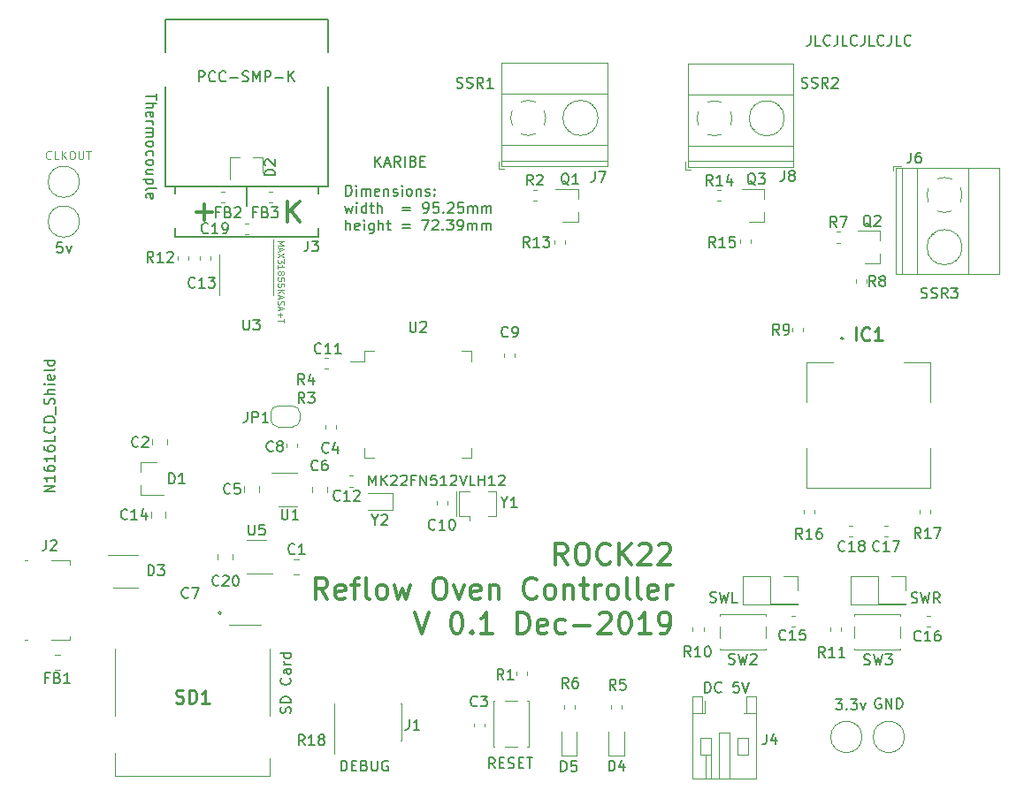
<source format=gbr>
G04 #@! TF.GenerationSoftware,KiCad,Pcbnew,5.1.4-e60b266~84~ubuntu18.04.1*
G04 #@! TF.CreationDate,2019-12-12T06:09:25+05:00*
G04 #@! TF.ProjectId,rck22,72636b32-322e-46b6-9963-61645f706362,rev?*
G04 #@! TF.SameCoordinates,Original*
G04 #@! TF.FileFunction,Legend,Top*
G04 #@! TF.FilePolarity,Positive*
%FSLAX46Y46*%
G04 Gerber Fmt 4.6, Leading zero omitted, Abs format (unit mm)*
G04 Created by KiCad (PCBNEW 5.1.4-e60b266~84~ubuntu18.04.1) date 2019-12-12 06:09:25*
%MOMM*%
%LPD*%
G04 APERTURE LIST*
%ADD10C,0.300000*%
%ADD11C,0.150000*%
%ADD12C,0.100000*%
%ADD13C,0.124000*%
%ADD14C,0.120000*%
%ADD15C,0.200000*%
%ADD16C,0.254000*%
G04 APERTURE END LIST*
D10*
X145998525Y-103977421D02*
X145331859Y-103025040D01*
X144855668Y-103977421D02*
X144855668Y-101977421D01*
X145617573Y-101977421D01*
X145808049Y-102072660D01*
X145903287Y-102167898D01*
X145998525Y-102358374D01*
X145998525Y-102644088D01*
X145903287Y-102834564D01*
X145808049Y-102929802D01*
X145617573Y-103025040D01*
X144855668Y-103025040D01*
X147236620Y-101977421D02*
X147617573Y-101977421D01*
X147808049Y-102072660D01*
X147998525Y-102263136D01*
X148093763Y-102644088D01*
X148093763Y-103310755D01*
X147998525Y-103691707D01*
X147808049Y-103882183D01*
X147617573Y-103977421D01*
X147236620Y-103977421D01*
X147046144Y-103882183D01*
X146855668Y-103691707D01*
X146760430Y-103310755D01*
X146760430Y-102644088D01*
X146855668Y-102263136D01*
X147046144Y-102072660D01*
X147236620Y-101977421D01*
X150093763Y-103786945D02*
X149998525Y-103882183D01*
X149712811Y-103977421D01*
X149522335Y-103977421D01*
X149236620Y-103882183D01*
X149046144Y-103691707D01*
X148950906Y-103501231D01*
X148855668Y-103120279D01*
X148855668Y-102834564D01*
X148950906Y-102453612D01*
X149046144Y-102263136D01*
X149236620Y-102072660D01*
X149522335Y-101977421D01*
X149712811Y-101977421D01*
X149998525Y-102072660D01*
X150093763Y-102167898D01*
X150950906Y-103977421D02*
X150950906Y-101977421D01*
X152093763Y-103977421D02*
X151236620Y-102834564D01*
X152093763Y-101977421D02*
X150950906Y-103120279D01*
X152855668Y-102167898D02*
X152950906Y-102072660D01*
X153141382Y-101977421D01*
X153617573Y-101977421D01*
X153808049Y-102072660D01*
X153903287Y-102167898D01*
X153998525Y-102358374D01*
X153998525Y-102548850D01*
X153903287Y-102834564D01*
X152760430Y-103977421D01*
X153998525Y-103977421D01*
X154760430Y-102167898D02*
X154855668Y-102072660D01*
X155046144Y-101977421D01*
X155522335Y-101977421D01*
X155712811Y-102072660D01*
X155808049Y-102167898D01*
X155903287Y-102358374D01*
X155903287Y-102548850D01*
X155808049Y-102834564D01*
X154665192Y-103977421D01*
X155903287Y-103977421D01*
X123046144Y-107277421D02*
X122379478Y-106325040D01*
X121903287Y-107277421D02*
X121903287Y-105277421D01*
X122665192Y-105277421D01*
X122855668Y-105372660D01*
X122950906Y-105467898D01*
X123046144Y-105658374D01*
X123046144Y-105944088D01*
X122950906Y-106134564D01*
X122855668Y-106229802D01*
X122665192Y-106325040D01*
X121903287Y-106325040D01*
X124665192Y-107182183D02*
X124474716Y-107277421D01*
X124093763Y-107277421D01*
X123903287Y-107182183D01*
X123808049Y-106991707D01*
X123808049Y-106229802D01*
X123903287Y-106039326D01*
X124093763Y-105944088D01*
X124474716Y-105944088D01*
X124665192Y-106039326D01*
X124760430Y-106229802D01*
X124760430Y-106420279D01*
X123808049Y-106610755D01*
X125331859Y-105944088D02*
X126093763Y-105944088D01*
X125617573Y-107277421D02*
X125617573Y-105563136D01*
X125712811Y-105372660D01*
X125903287Y-105277421D01*
X126093763Y-105277421D01*
X127046144Y-107277421D02*
X126855668Y-107182183D01*
X126760430Y-106991707D01*
X126760430Y-105277421D01*
X128093763Y-107277421D02*
X127903287Y-107182183D01*
X127808049Y-107086945D01*
X127712811Y-106896469D01*
X127712811Y-106325040D01*
X127808049Y-106134564D01*
X127903287Y-106039326D01*
X128093763Y-105944088D01*
X128379478Y-105944088D01*
X128569954Y-106039326D01*
X128665192Y-106134564D01*
X128760430Y-106325040D01*
X128760430Y-106896469D01*
X128665192Y-107086945D01*
X128569954Y-107182183D01*
X128379478Y-107277421D01*
X128093763Y-107277421D01*
X129427097Y-105944088D02*
X129808049Y-107277421D01*
X130189001Y-106325040D01*
X130569954Y-107277421D01*
X130950906Y-105944088D01*
X133617573Y-105277421D02*
X133998525Y-105277421D01*
X134189001Y-105372660D01*
X134379478Y-105563136D01*
X134474716Y-105944088D01*
X134474716Y-106610755D01*
X134379478Y-106991707D01*
X134189001Y-107182183D01*
X133998525Y-107277421D01*
X133617573Y-107277421D01*
X133427097Y-107182183D01*
X133236620Y-106991707D01*
X133141382Y-106610755D01*
X133141382Y-105944088D01*
X133236620Y-105563136D01*
X133427097Y-105372660D01*
X133617573Y-105277421D01*
X135141382Y-105944088D02*
X135617573Y-107277421D01*
X136093763Y-105944088D01*
X137617573Y-107182183D02*
X137427097Y-107277421D01*
X137046144Y-107277421D01*
X136855668Y-107182183D01*
X136760430Y-106991707D01*
X136760430Y-106229802D01*
X136855668Y-106039326D01*
X137046144Y-105944088D01*
X137427097Y-105944088D01*
X137617573Y-106039326D01*
X137712811Y-106229802D01*
X137712811Y-106420279D01*
X136760430Y-106610755D01*
X138569954Y-105944088D02*
X138569954Y-107277421D01*
X138569954Y-106134564D02*
X138665192Y-106039326D01*
X138855668Y-105944088D01*
X139141382Y-105944088D01*
X139331859Y-106039326D01*
X139427097Y-106229802D01*
X139427097Y-107277421D01*
X143046144Y-107086945D02*
X142950906Y-107182183D01*
X142665192Y-107277421D01*
X142474716Y-107277421D01*
X142189001Y-107182183D01*
X141998525Y-106991707D01*
X141903287Y-106801231D01*
X141808049Y-106420279D01*
X141808049Y-106134564D01*
X141903287Y-105753612D01*
X141998525Y-105563136D01*
X142189001Y-105372660D01*
X142474716Y-105277421D01*
X142665192Y-105277421D01*
X142950906Y-105372660D01*
X143046144Y-105467898D01*
X144189001Y-107277421D02*
X143998525Y-107182183D01*
X143903287Y-107086945D01*
X143808049Y-106896469D01*
X143808049Y-106325040D01*
X143903287Y-106134564D01*
X143998525Y-106039326D01*
X144189001Y-105944088D01*
X144474716Y-105944088D01*
X144665192Y-106039326D01*
X144760430Y-106134564D01*
X144855668Y-106325040D01*
X144855668Y-106896469D01*
X144760430Y-107086945D01*
X144665192Y-107182183D01*
X144474716Y-107277421D01*
X144189001Y-107277421D01*
X145712811Y-105944088D02*
X145712811Y-107277421D01*
X145712811Y-106134564D02*
X145808049Y-106039326D01*
X145998525Y-105944088D01*
X146284240Y-105944088D01*
X146474716Y-106039326D01*
X146569954Y-106229802D01*
X146569954Y-107277421D01*
X147236620Y-105944088D02*
X147998525Y-105944088D01*
X147522335Y-105277421D02*
X147522335Y-106991707D01*
X147617573Y-107182183D01*
X147808049Y-107277421D01*
X147998525Y-107277421D01*
X148665192Y-107277421D02*
X148665192Y-105944088D01*
X148665192Y-106325040D02*
X148760430Y-106134564D01*
X148855668Y-106039326D01*
X149046144Y-105944088D01*
X149236620Y-105944088D01*
X150189001Y-107277421D02*
X149998525Y-107182183D01*
X149903287Y-107086945D01*
X149808049Y-106896469D01*
X149808049Y-106325040D01*
X149903287Y-106134564D01*
X149998525Y-106039326D01*
X150189001Y-105944088D01*
X150474716Y-105944088D01*
X150665192Y-106039326D01*
X150760430Y-106134564D01*
X150855668Y-106325040D01*
X150855668Y-106896469D01*
X150760430Y-107086945D01*
X150665192Y-107182183D01*
X150474716Y-107277421D01*
X150189001Y-107277421D01*
X151998525Y-107277421D02*
X151808049Y-107182183D01*
X151712811Y-106991707D01*
X151712811Y-105277421D01*
X153046144Y-107277421D02*
X152855668Y-107182183D01*
X152760430Y-106991707D01*
X152760430Y-105277421D01*
X154569954Y-107182183D02*
X154379478Y-107277421D01*
X153998525Y-107277421D01*
X153808049Y-107182183D01*
X153712811Y-106991707D01*
X153712811Y-106229802D01*
X153808049Y-106039326D01*
X153998525Y-105944088D01*
X154379478Y-105944088D01*
X154569954Y-106039326D01*
X154665192Y-106229802D01*
X154665192Y-106420279D01*
X153712811Y-106610755D01*
X155522335Y-107277421D02*
X155522335Y-105944088D01*
X155522335Y-106325040D02*
X155617573Y-106134564D01*
X155712811Y-106039326D01*
X155903287Y-105944088D01*
X156093763Y-105944088D01*
X131427097Y-108577421D02*
X132093763Y-110577421D01*
X132760430Y-108577421D01*
X135331859Y-108577421D02*
X135522335Y-108577421D01*
X135712811Y-108672660D01*
X135808049Y-108767898D01*
X135903287Y-108958374D01*
X135998525Y-109339326D01*
X135998525Y-109815517D01*
X135903287Y-110196469D01*
X135808049Y-110386945D01*
X135712811Y-110482183D01*
X135522335Y-110577421D01*
X135331859Y-110577421D01*
X135141382Y-110482183D01*
X135046144Y-110386945D01*
X134950906Y-110196469D01*
X134855668Y-109815517D01*
X134855668Y-109339326D01*
X134950906Y-108958374D01*
X135046144Y-108767898D01*
X135141382Y-108672660D01*
X135331859Y-108577421D01*
X136855668Y-110386945D02*
X136950906Y-110482183D01*
X136855668Y-110577421D01*
X136760430Y-110482183D01*
X136855668Y-110386945D01*
X136855668Y-110577421D01*
X138855668Y-110577421D02*
X137712811Y-110577421D01*
X138284240Y-110577421D02*
X138284240Y-108577421D01*
X138093763Y-108863136D01*
X137903287Y-109053612D01*
X137712811Y-109148850D01*
X141236620Y-110577421D02*
X141236620Y-108577421D01*
X141712811Y-108577421D01*
X141998525Y-108672660D01*
X142189001Y-108863136D01*
X142284240Y-109053612D01*
X142379478Y-109434564D01*
X142379478Y-109720279D01*
X142284240Y-110101231D01*
X142189001Y-110291707D01*
X141998525Y-110482183D01*
X141712811Y-110577421D01*
X141236620Y-110577421D01*
X143998525Y-110482183D02*
X143808049Y-110577421D01*
X143427097Y-110577421D01*
X143236620Y-110482183D01*
X143141382Y-110291707D01*
X143141382Y-109529802D01*
X143236620Y-109339326D01*
X143427097Y-109244088D01*
X143808049Y-109244088D01*
X143998525Y-109339326D01*
X144093763Y-109529802D01*
X144093763Y-109720279D01*
X143141382Y-109910755D01*
X145808049Y-110482183D02*
X145617573Y-110577421D01*
X145236620Y-110577421D01*
X145046144Y-110482183D01*
X144950906Y-110386945D01*
X144855668Y-110196469D01*
X144855668Y-109625040D01*
X144950906Y-109434564D01*
X145046144Y-109339326D01*
X145236620Y-109244088D01*
X145617573Y-109244088D01*
X145808049Y-109339326D01*
X146665192Y-109815517D02*
X148189001Y-109815517D01*
X149046144Y-108767898D02*
X149141382Y-108672660D01*
X149331859Y-108577421D01*
X149808049Y-108577421D01*
X149998525Y-108672660D01*
X150093763Y-108767898D01*
X150189001Y-108958374D01*
X150189001Y-109148850D01*
X150093763Y-109434564D01*
X148950906Y-110577421D01*
X150189001Y-110577421D01*
X151427097Y-108577421D02*
X151617573Y-108577421D01*
X151808049Y-108672660D01*
X151903287Y-108767898D01*
X151998525Y-108958374D01*
X152093763Y-109339326D01*
X152093763Y-109815517D01*
X151998525Y-110196469D01*
X151903287Y-110386945D01*
X151808049Y-110482183D01*
X151617573Y-110577421D01*
X151427097Y-110577421D01*
X151236620Y-110482183D01*
X151141382Y-110386945D01*
X151046144Y-110196469D01*
X150950906Y-109815517D01*
X150950906Y-109339326D01*
X151046144Y-108958374D01*
X151141382Y-108767898D01*
X151236620Y-108672660D01*
X151427097Y-108577421D01*
X153998525Y-110577421D02*
X152855668Y-110577421D01*
X153427097Y-110577421D02*
X153427097Y-108577421D01*
X153236620Y-108863136D01*
X153046144Y-109053612D01*
X152855668Y-109148850D01*
X154950906Y-110577421D02*
X155331859Y-110577421D01*
X155522335Y-110482183D01*
X155617573Y-110386945D01*
X155808049Y-110101231D01*
X155903287Y-109720279D01*
X155903287Y-108958374D01*
X155808049Y-108767898D01*
X155712811Y-108672660D01*
X155522335Y-108577421D01*
X155141382Y-108577421D01*
X154950906Y-108672660D01*
X154855668Y-108767898D01*
X154760430Y-108958374D01*
X154760430Y-109434564D01*
X154855668Y-109625040D01*
X154950906Y-109720279D01*
X155141382Y-109815517D01*
X155522335Y-109815517D01*
X155712811Y-109720279D01*
X155808049Y-109625040D01*
X155903287Y-109434564D01*
D11*
X169307452Y-53262280D02*
X169307452Y-53976566D01*
X169259833Y-54119423D01*
X169164595Y-54214661D01*
X169021738Y-54262280D01*
X168926500Y-54262280D01*
X170259833Y-54262280D02*
X169783642Y-54262280D01*
X169783642Y-53262280D01*
X171164595Y-54167042D02*
X171116976Y-54214661D01*
X170974119Y-54262280D01*
X170878880Y-54262280D01*
X170736023Y-54214661D01*
X170640785Y-54119423D01*
X170593166Y-54024185D01*
X170545547Y-53833709D01*
X170545547Y-53690852D01*
X170593166Y-53500376D01*
X170640785Y-53405138D01*
X170736023Y-53309900D01*
X170878880Y-53262280D01*
X170974119Y-53262280D01*
X171116976Y-53309900D01*
X171164595Y-53357519D01*
X171878880Y-53262280D02*
X171878880Y-53976566D01*
X171831261Y-54119423D01*
X171736023Y-54214661D01*
X171593166Y-54262280D01*
X171497928Y-54262280D01*
X172831261Y-54262280D02*
X172355071Y-54262280D01*
X172355071Y-53262280D01*
X173736023Y-54167042D02*
X173688404Y-54214661D01*
X173545547Y-54262280D01*
X173450309Y-54262280D01*
X173307452Y-54214661D01*
X173212214Y-54119423D01*
X173164595Y-54024185D01*
X173116976Y-53833709D01*
X173116976Y-53690852D01*
X173164595Y-53500376D01*
X173212214Y-53405138D01*
X173307452Y-53309900D01*
X173450309Y-53262280D01*
X173545547Y-53262280D01*
X173688404Y-53309900D01*
X173736023Y-53357519D01*
X174450309Y-53262280D02*
X174450309Y-53976566D01*
X174402690Y-54119423D01*
X174307452Y-54214661D01*
X174164595Y-54262280D01*
X174069357Y-54262280D01*
X175402690Y-54262280D02*
X174926500Y-54262280D01*
X174926500Y-53262280D01*
X176307452Y-54167042D02*
X176259833Y-54214661D01*
X176116976Y-54262280D01*
X176021738Y-54262280D01*
X175878880Y-54214661D01*
X175783642Y-54119423D01*
X175736023Y-54024185D01*
X175688404Y-53833709D01*
X175688404Y-53690852D01*
X175736023Y-53500376D01*
X175783642Y-53405138D01*
X175878880Y-53309900D01*
X176021738Y-53262280D01*
X176116976Y-53262280D01*
X176259833Y-53309900D01*
X176307452Y-53357519D01*
X177021738Y-53262280D02*
X177021738Y-53976566D01*
X176974119Y-54119423D01*
X176878880Y-54214661D01*
X176736023Y-54262280D01*
X176640785Y-54262280D01*
X177974119Y-54262280D02*
X177497928Y-54262280D01*
X177497928Y-53262280D01*
X178878880Y-54167042D02*
X178831261Y-54214661D01*
X178688404Y-54262280D01*
X178593166Y-54262280D01*
X178450309Y-54214661D01*
X178355071Y-54119423D01*
X178307452Y-54024185D01*
X178259833Y-53833709D01*
X178259833Y-53690852D01*
X178307452Y-53500376D01*
X178355071Y-53405138D01*
X178450309Y-53309900D01*
X178593166Y-53262280D01*
X178688404Y-53262280D01*
X178831261Y-53309900D01*
X178878880Y-53357519D01*
X124795595Y-68652380D02*
X124795595Y-67652380D01*
X125033690Y-67652380D01*
X125176547Y-67700000D01*
X125271785Y-67795238D01*
X125319404Y-67890476D01*
X125367023Y-68080952D01*
X125367023Y-68223809D01*
X125319404Y-68414285D01*
X125271785Y-68509523D01*
X125176547Y-68604761D01*
X125033690Y-68652380D01*
X124795595Y-68652380D01*
X125795595Y-68652380D02*
X125795595Y-67985714D01*
X125795595Y-67652380D02*
X125747976Y-67700000D01*
X125795595Y-67747619D01*
X125843214Y-67700000D01*
X125795595Y-67652380D01*
X125795595Y-67747619D01*
X126271785Y-68652380D02*
X126271785Y-67985714D01*
X126271785Y-68080952D02*
X126319404Y-68033333D01*
X126414642Y-67985714D01*
X126557500Y-67985714D01*
X126652738Y-68033333D01*
X126700357Y-68128571D01*
X126700357Y-68652380D01*
X126700357Y-68128571D02*
X126747976Y-68033333D01*
X126843214Y-67985714D01*
X126986071Y-67985714D01*
X127081309Y-68033333D01*
X127128928Y-68128571D01*
X127128928Y-68652380D01*
X127986071Y-68604761D02*
X127890833Y-68652380D01*
X127700357Y-68652380D01*
X127605119Y-68604761D01*
X127557500Y-68509523D01*
X127557500Y-68128571D01*
X127605119Y-68033333D01*
X127700357Y-67985714D01*
X127890833Y-67985714D01*
X127986071Y-68033333D01*
X128033690Y-68128571D01*
X128033690Y-68223809D01*
X127557500Y-68319047D01*
X128462261Y-67985714D02*
X128462261Y-68652380D01*
X128462261Y-68080952D02*
X128509880Y-68033333D01*
X128605119Y-67985714D01*
X128747976Y-67985714D01*
X128843214Y-68033333D01*
X128890833Y-68128571D01*
X128890833Y-68652380D01*
X129319404Y-68604761D02*
X129414642Y-68652380D01*
X129605119Y-68652380D01*
X129700357Y-68604761D01*
X129747976Y-68509523D01*
X129747976Y-68461904D01*
X129700357Y-68366666D01*
X129605119Y-68319047D01*
X129462261Y-68319047D01*
X129367023Y-68271428D01*
X129319404Y-68176190D01*
X129319404Y-68128571D01*
X129367023Y-68033333D01*
X129462261Y-67985714D01*
X129605119Y-67985714D01*
X129700357Y-68033333D01*
X130176547Y-68652380D02*
X130176547Y-67985714D01*
X130176547Y-67652380D02*
X130128928Y-67700000D01*
X130176547Y-67747619D01*
X130224166Y-67700000D01*
X130176547Y-67652380D01*
X130176547Y-67747619D01*
X130795595Y-68652380D02*
X130700357Y-68604761D01*
X130652738Y-68557142D01*
X130605119Y-68461904D01*
X130605119Y-68176190D01*
X130652738Y-68080952D01*
X130700357Y-68033333D01*
X130795595Y-67985714D01*
X130938452Y-67985714D01*
X131033690Y-68033333D01*
X131081309Y-68080952D01*
X131128928Y-68176190D01*
X131128928Y-68461904D01*
X131081309Y-68557142D01*
X131033690Y-68604761D01*
X130938452Y-68652380D01*
X130795595Y-68652380D01*
X131557500Y-67985714D02*
X131557500Y-68652380D01*
X131557500Y-68080952D02*
X131605119Y-68033333D01*
X131700357Y-67985714D01*
X131843214Y-67985714D01*
X131938452Y-68033333D01*
X131986071Y-68128571D01*
X131986071Y-68652380D01*
X132414642Y-68604761D02*
X132509880Y-68652380D01*
X132700357Y-68652380D01*
X132795595Y-68604761D01*
X132843214Y-68509523D01*
X132843214Y-68461904D01*
X132795595Y-68366666D01*
X132700357Y-68319047D01*
X132557500Y-68319047D01*
X132462261Y-68271428D01*
X132414642Y-68176190D01*
X132414642Y-68128571D01*
X132462261Y-68033333D01*
X132557500Y-67985714D01*
X132700357Y-67985714D01*
X132795595Y-68033333D01*
X133271785Y-68557142D02*
X133319404Y-68604761D01*
X133271785Y-68652380D01*
X133224166Y-68604761D01*
X133271785Y-68557142D01*
X133271785Y-68652380D01*
X133271785Y-68033333D02*
X133319404Y-68080952D01*
X133271785Y-68128571D01*
X133224166Y-68080952D01*
X133271785Y-68033333D01*
X133271785Y-68128571D01*
X124700357Y-69635714D02*
X124890833Y-70302380D01*
X125081309Y-69826190D01*
X125271785Y-70302380D01*
X125462261Y-69635714D01*
X125843214Y-70302380D02*
X125843214Y-69635714D01*
X125843214Y-69302380D02*
X125795595Y-69350000D01*
X125843214Y-69397619D01*
X125890833Y-69350000D01*
X125843214Y-69302380D01*
X125843214Y-69397619D01*
X126747976Y-70302380D02*
X126747976Y-69302380D01*
X126747976Y-70254761D02*
X126652738Y-70302380D01*
X126462261Y-70302380D01*
X126367023Y-70254761D01*
X126319404Y-70207142D01*
X126271785Y-70111904D01*
X126271785Y-69826190D01*
X126319404Y-69730952D01*
X126367023Y-69683333D01*
X126462261Y-69635714D01*
X126652738Y-69635714D01*
X126747976Y-69683333D01*
X127081309Y-69635714D02*
X127462261Y-69635714D01*
X127224166Y-69302380D02*
X127224166Y-70159523D01*
X127271785Y-70254761D01*
X127367023Y-70302380D01*
X127462261Y-70302380D01*
X127795595Y-70302380D02*
X127795595Y-69302380D01*
X128224166Y-70302380D02*
X128224166Y-69778571D01*
X128176547Y-69683333D01*
X128081309Y-69635714D01*
X127938452Y-69635714D01*
X127843214Y-69683333D01*
X127795595Y-69730952D01*
X130224166Y-69778571D02*
X130986071Y-69778571D01*
X130986071Y-70064285D02*
X130224166Y-70064285D01*
X132271785Y-70302380D02*
X132462261Y-70302380D01*
X132557500Y-70254761D01*
X132605119Y-70207142D01*
X132700357Y-70064285D01*
X132747976Y-69873809D01*
X132747976Y-69492857D01*
X132700357Y-69397619D01*
X132652738Y-69350000D01*
X132557500Y-69302380D01*
X132367023Y-69302380D01*
X132271785Y-69350000D01*
X132224166Y-69397619D01*
X132176547Y-69492857D01*
X132176547Y-69730952D01*
X132224166Y-69826190D01*
X132271785Y-69873809D01*
X132367023Y-69921428D01*
X132557500Y-69921428D01*
X132652738Y-69873809D01*
X132700357Y-69826190D01*
X132747976Y-69730952D01*
X133652738Y-69302380D02*
X133176547Y-69302380D01*
X133128928Y-69778571D01*
X133176547Y-69730952D01*
X133271785Y-69683333D01*
X133509880Y-69683333D01*
X133605119Y-69730952D01*
X133652738Y-69778571D01*
X133700357Y-69873809D01*
X133700357Y-70111904D01*
X133652738Y-70207142D01*
X133605119Y-70254761D01*
X133509880Y-70302380D01*
X133271785Y-70302380D01*
X133176547Y-70254761D01*
X133128928Y-70207142D01*
X134128928Y-70207142D02*
X134176547Y-70254761D01*
X134128928Y-70302380D01*
X134081309Y-70254761D01*
X134128928Y-70207142D01*
X134128928Y-70302380D01*
X134557500Y-69397619D02*
X134605119Y-69350000D01*
X134700357Y-69302380D01*
X134938452Y-69302380D01*
X135033690Y-69350000D01*
X135081309Y-69397619D01*
X135128928Y-69492857D01*
X135128928Y-69588095D01*
X135081309Y-69730952D01*
X134509880Y-70302380D01*
X135128928Y-70302380D01*
X136033690Y-69302380D02*
X135557500Y-69302380D01*
X135509880Y-69778571D01*
X135557500Y-69730952D01*
X135652738Y-69683333D01*
X135890833Y-69683333D01*
X135986071Y-69730952D01*
X136033690Y-69778571D01*
X136081309Y-69873809D01*
X136081309Y-70111904D01*
X136033690Y-70207142D01*
X135986071Y-70254761D01*
X135890833Y-70302380D01*
X135652738Y-70302380D01*
X135557500Y-70254761D01*
X135509880Y-70207142D01*
X136509880Y-70302380D02*
X136509880Y-69635714D01*
X136509880Y-69730952D02*
X136557500Y-69683333D01*
X136652738Y-69635714D01*
X136795595Y-69635714D01*
X136890833Y-69683333D01*
X136938452Y-69778571D01*
X136938452Y-70302380D01*
X136938452Y-69778571D02*
X136986071Y-69683333D01*
X137081309Y-69635714D01*
X137224166Y-69635714D01*
X137319404Y-69683333D01*
X137367023Y-69778571D01*
X137367023Y-70302380D01*
X137843214Y-70302380D02*
X137843214Y-69635714D01*
X137843214Y-69730952D02*
X137890833Y-69683333D01*
X137986071Y-69635714D01*
X138128928Y-69635714D01*
X138224166Y-69683333D01*
X138271785Y-69778571D01*
X138271785Y-70302380D01*
X138271785Y-69778571D02*
X138319404Y-69683333D01*
X138414642Y-69635714D01*
X138557500Y-69635714D01*
X138652738Y-69683333D01*
X138700357Y-69778571D01*
X138700357Y-70302380D01*
X124795595Y-71952380D02*
X124795595Y-70952380D01*
X125224166Y-71952380D02*
X125224166Y-71428571D01*
X125176547Y-71333333D01*
X125081309Y-71285714D01*
X124938452Y-71285714D01*
X124843214Y-71333333D01*
X124795595Y-71380952D01*
X126081309Y-71904761D02*
X125986071Y-71952380D01*
X125795595Y-71952380D01*
X125700357Y-71904761D01*
X125652738Y-71809523D01*
X125652738Y-71428571D01*
X125700357Y-71333333D01*
X125795595Y-71285714D01*
X125986071Y-71285714D01*
X126081309Y-71333333D01*
X126128928Y-71428571D01*
X126128928Y-71523809D01*
X125652738Y-71619047D01*
X126557500Y-71952380D02*
X126557500Y-71285714D01*
X126557500Y-70952380D02*
X126509880Y-71000000D01*
X126557500Y-71047619D01*
X126605119Y-71000000D01*
X126557500Y-70952380D01*
X126557500Y-71047619D01*
X127462261Y-71285714D02*
X127462261Y-72095238D01*
X127414642Y-72190476D01*
X127367023Y-72238095D01*
X127271785Y-72285714D01*
X127128928Y-72285714D01*
X127033690Y-72238095D01*
X127462261Y-71904761D02*
X127367023Y-71952380D01*
X127176547Y-71952380D01*
X127081309Y-71904761D01*
X127033690Y-71857142D01*
X126986071Y-71761904D01*
X126986071Y-71476190D01*
X127033690Y-71380952D01*
X127081309Y-71333333D01*
X127176547Y-71285714D01*
X127367023Y-71285714D01*
X127462261Y-71333333D01*
X127938452Y-71952380D02*
X127938452Y-70952380D01*
X128367023Y-71952380D02*
X128367023Y-71428571D01*
X128319404Y-71333333D01*
X128224166Y-71285714D01*
X128081309Y-71285714D01*
X127986071Y-71333333D01*
X127938452Y-71380952D01*
X128700357Y-71285714D02*
X129081309Y-71285714D01*
X128843214Y-70952380D02*
X128843214Y-71809523D01*
X128890833Y-71904761D01*
X128986071Y-71952380D01*
X129081309Y-71952380D01*
X130176547Y-71428571D02*
X130938452Y-71428571D01*
X130938452Y-71714285D02*
X130176547Y-71714285D01*
X132081309Y-70952380D02*
X132747976Y-70952380D01*
X132319404Y-71952380D01*
X133081309Y-71047619D02*
X133128928Y-71000000D01*
X133224166Y-70952380D01*
X133462261Y-70952380D01*
X133557500Y-71000000D01*
X133605119Y-71047619D01*
X133652738Y-71142857D01*
X133652738Y-71238095D01*
X133605119Y-71380952D01*
X133033690Y-71952380D01*
X133652738Y-71952380D01*
X134081309Y-71857142D02*
X134128928Y-71904761D01*
X134081309Y-71952380D01*
X134033690Y-71904761D01*
X134081309Y-71857142D01*
X134081309Y-71952380D01*
X134462261Y-70952380D02*
X135081309Y-70952380D01*
X134747976Y-71333333D01*
X134890833Y-71333333D01*
X134986071Y-71380952D01*
X135033690Y-71428571D01*
X135081309Y-71523809D01*
X135081309Y-71761904D01*
X135033690Y-71857142D01*
X134986071Y-71904761D01*
X134890833Y-71952380D01*
X134605119Y-71952380D01*
X134509880Y-71904761D01*
X134462261Y-71857142D01*
X135557500Y-71952380D02*
X135747976Y-71952380D01*
X135843214Y-71904761D01*
X135890833Y-71857142D01*
X135986071Y-71714285D01*
X136033690Y-71523809D01*
X136033690Y-71142857D01*
X135986071Y-71047619D01*
X135938452Y-71000000D01*
X135843214Y-70952380D01*
X135652738Y-70952380D01*
X135557500Y-71000000D01*
X135509880Y-71047619D01*
X135462261Y-71142857D01*
X135462261Y-71380952D01*
X135509880Y-71476190D01*
X135557500Y-71523809D01*
X135652738Y-71571428D01*
X135843214Y-71571428D01*
X135938452Y-71523809D01*
X135986071Y-71476190D01*
X136033690Y-71380952D01*
X136462261Y-71952380D02*
X136462261Y-71285714D01*
X136462261Y-71380952D02*
X136509880Y-71333333D01*
X136605119Y-71285714D01*
X136747976Y-71285714D01*
X136843214Y-71333333D01*
X136890833Y-71428571D01*
X136890833Y-71952380D01*
X136890833Y-71428571D02*
X136938452Y-71333333D01*
X137033690Y-71285714D01*
X137176547Y-71285714D01*
X137271785Y-71333333D01*
X137319404Y-71428571D01*
X137319404Y-71952380D01*
X137795595Y-71952380D02*
X137795595Y-71285714D01*
X137795595Y-71380952D02*
X137843214Y-71333333D01*
X137938452Y-71285714D01*
X138081309Y-71285714D01*
X138176547Y-71333333D01*
X138224166Y-71428571D01*
X138224166Y-71952380D01*
X138224166Y-71428571D02*
X138271785Y-71333333D01*
X138367023Y-71285714D01*
X138509880Y-71285714D01*
X138605119Y-71333333D01*
X138652738Y-71428571D01*
X138652738Y-71952380D01*
X127606087Y-65865000D02*
X127606087Y-64865000D01*
X128177516Y-65865000D02*
X127748944Y-65293572D01*
X128177516Y-64865000D02*
X127606087Y-65436429D01*
X128558468Y-65579286D02*
X129034659Y-65579286D01*
X128463230Y-65865000D02*
X128796563Y-64865000D01*
X129129897Y-65865000D01*
X130034659Y-65865000D02*
X129701325Y-65388810D01*
X129463230Y-65865000D02*
X129463230Y-64865000D01*
X129844182Y-64865000D01*
X129939420Y-64912620D01*
X129987040Y-64960239D01*
X130034659Y-65055477D01*
X130034659Y-65198334D01*
X129987040Y-65293572D01*
X129939420Y-65341191D01*
X129844182Y-65388810D01*
X129463230Y-65388810D01*
X130463230Y-65865000D02*
X130463230Y-64865000D01*
X131272754Y-65341191D02*
X131415611Y-65388810D01*
X131463230Y-65436429D01*
X131510849Y-65531667D01*
X131510849Y-65674524D01*
X131463230Y-65769762D01*
X131415611Y-65817381D01*
X131320373Y-65865000D01*
X130939420Y-65865000D01*
X130939420Y-64865000D01*
X131272754Y-64865000D01*
X131367992Y-64912620D01*
X131415611Y-64960239D01*
X131463230Y-65055477D01*
X131463230Y-65150715D01*
X131415611Y-65245953D01*
X131367992Y-65293572D01*
X131272754Y-65341191D01*
X130939420Y-65341191D01*
X131939420Y-65341191D02*
X132272754Y-65341191D01*
X132415611Y-65865000D02*
X131939420Y-65865000D01*
X131939420Y-64865000D01*
X132415611Y-64865000D01*
X178944757Y-107613081D02*
X179087614Y-107660700D01*
X179325709Y-107660700D01*
X179420947Y-107613081D01*
X179468566Y-107565462D01*
X179516185Y-107470224D01*
X179516185Y-107374986D01*
X179468566Y-107279748D01*
X179420947Y-107232129D01*
X179325709Y-107184510D01*
X179135233Y-107136891D01*
X179039995Y-107089272D01*
X178992376Y-107041653D01*
X178944757Y-106946415D01*
X178944757Y-106851177D01*
X178992376Y-106755939D01*
X179039995Y-106708320D01*
X179135233Y-106660700D01*
X179373328Y-106660700D01*
X179516185Y-106708320D01*
X179849519Y-106660700D02*
X180087614Y-107660700D01*
X180278090Y-106946415D01*
X180468566Y-107660700D01*
X180706661Y-106660700D01*
X181659042Y-107660700D02*
X181325709Y-107184510D01*
X181087614Y-107660700D02*
X181087614Y-106660700D01*
X181468566Y-106660700D01*
X181563804Y-106708320D01*
X181611423Y-106755939D01*
X181659042Y-106851177D01*
X181659042Y-106994034D01*
X181611423Y-107089272D01*
X181563804Y-107136891D01*
X181468566Y-107184510D01*
X181087614Y-107184510D01*
X159667415Y-107559741D02*
X159810272Y-107607360D01*
X160048367Y-107607360D01*
X160143605Y-107559741D01*
X160191224Y-107512122D01*
X160238843Y-107416884D01*
X160238843Y-107321646D01*
X160191224Y-107226408D01*
X160143605Y-107178789D01*
X160048367Y-107131170D01*
X159857891Y-107083551D01*
X159762653Y-107035932D01*
X159715034Y-106988313D01*
X159667415Y-106893075D01*
X159667415Y-106797837D01*
X159715034Y-106702599D01*
X159762653Y-106654980D01*
X159857891Y-106607360D01*
X160095986Y-106607360D01*
X160238843Y-106654980D01*
X160572177Y-106607360D02*
X160810272Y-107607360D01*
X161000748Y-106893075D01*
X161191224Y-107607360D01*
X161429320Y-106607360D01*
X162286462Y-107607360D02*
X161810272Y-107607360D01*
X161810272Y-106607360D01*
X135421904Y-58281201D02*
X135564761Y-58328820D01*
X135802857Y-58328820D01*
X135898095Y-58281201D01*
X135945714Y-58233582D01*
X135993333Y-58138344D01*
X135993333Y-58043106D01*
X135945714Y-57947868D01*
X135898095Y-57900249D01*
X135802857Y-57852630D01*
X135612380Y-57805011D01*
X135517142Y-57757392D01*
X135469523Y-57709773D01*
X135421904Y-57614535D01*
X135421904Y-57519297D01*
X135469523Y-57424059D01*
X135517142Y-57376440D01*
X135612380Y-57328820D01*
X135850476Y-57328820D01*
X135993333Y-57376440D01*
X136374285Y-58281201D02*
X136517142Y-58328820D01*
X136755238Y-58328820D01*
X136850476Y-58281201D01*
X136898095Y-58233582D01*
X136945714Y-58138344D01*
X136945714Y-58043106D01*
X136898095Y-57947868D01*
X136850476Y-57900249D01*
X136755238Y-57852630D01*
X136564761Y-57805011D01*
X136469523Y-57757392D01*
X136421904Y-57709773D01*
X136374285Y-57614535D01*
X136374285Y-57519297D01*
X136421904Y-57424059D01*
X136469523Y-57376440D01*
X136564761Y-57328820D01*
X136802857Y-57328820D01*
X136945714Y-57376440D01*
X137945714Y-58328820D02*
X137612380Y-57852630D01*
X137374285Y-58328820D02*
X137374285Y-57328820D01*
X137755238Y-57328820D01*
X137850476Y-57376440D01*
X137898095Y-57424059D01*
X137945714Y-57519297D01*
X137945714Y-57662154D01*
X137898095Y-57757392D01*
X137850476Y-57805011D01*
X137755238Y-57852630D01*
X137374285Y-57852630D01*
X138898095Y-58328820D02*
X138326666Y-58328820D01*
X138612380Y-58328820D02*
X138612380Y-57328820D01*
X138517142Y-57471678D01*
X138421904Y-57566916D01*
X138326666Y-57614535D01*
X168441904Y-58281201D02*
X168584761Y-58328820D01*
X168822857Y-58328820D01*
X168918095Y-58281201D01*
X168965714Y-58233582D01*
X169013333Y-58138344D01*
X169013333Y-58043106D01*
X168965714Y-57947868D01*
X168918095Y-57900249D01*
X168822857Y-57852630D01*
X168632380Y-57805011D01*
X168537142Y-57757392D01*
X168489523Y-57709773D01*
X168441904Y-57614535D01*
X168441904Y-57519297D01*
X168489523Y-57424059D01*
X168537142Y-57376440D01*
X168632380Y-57328820D01*
X168870476Y-57328820D01*
X169013333Y-57376440D01*
X169394285Y-58281201D02*
X169537142Y-58328820D01*
X169775238Y-58328820D01*
X169870476Y-58281201D01*
X169918095Y-58233582D01*
X169965714Y-58138344D01*
X169965714Y-58043106D01*
X169918095Y-57947868D01*
X169870476Y-57900249D01*
X169775238Y-57852630D01*
X169584761Y-57805011D01*
X169489523Y-57757392D01*
X169441904Y-57709773D01*
X169394285Y-57614535D01*
X169394285Y-57519297D01*
X169441904Y-57424059D01*
X169489523Y-57376440D01*
X169584761Y-57328820D01*
X169822857Y-57328820D01*
X169965714Y-57376440D01*
X170965714Y-58328820D02*
X170632380Y-57852630D01*
X170394285Y-58328820D02*
X170394285Y-57328820D01*
X170775238Y-57328820D01*
X170870476Y-57376440D01*
X170918095Y-57424059D01*
X170965714Y-57519297D01*
X170965714Y-57662154D01*
X170918095Y-57757392D01*
X170870476Y-57805011D01*
X170775238Y-57852630D01*
X170394285Y-57852630D01*
X171346666Y-57424059D02*
X171394285Y-57376440D01*
X171489523Y-57328820D01*
X171727619Y-57328820D01*
X171822857Y-57376440D01*
X171870476Y-57424059D01*
X171918095Y-57519297D01*
X171918095Y-57614535D01*
X171870476Y-57757392D01*
X171299047Y-58328820D01*
X171918095Y-58328820D01*
X176009395Y-116842920D02*
X175914157Y-116795300D01*
X175771300Y-116795300D01*
X175628442Y-116842920D01*
X175533204Y-116938158D01*
X175485585Y-117033396D01*
X175437966Y-117223872D01*
X175437966Y-117366729D01*
X175485585Y-117557205D01*
X175533204Y-117652443D01*
X175628442Y-117747681D01*
X175771300Y-117795300D01*
X175866538Y-117795300D01*
X176009395Y-117747681D01*
X176057014Y-117700062D01*
X176057014Y-117366729D01*
X175866538Y-117366729D01*
X176485585Y-117795300D02*
X176485585Y-116795300D01*
X177057014Y-117795300D01*
X177057014Y-116795300D01*
X177533204Y-117795300D02*
X177533204Y-116795300D01*
X177771300Y-116795300D01*
X177914157Y-116842920D01*
X178009395Y-116938158D01*
X178057014Y-117033396D01*
X178104633Y-117223872D01*
X178104633Y-117366729D01*
X178057014Y-117557205D01*
X178009395Y-117652443D01*
X177914157Y-117747681D01*
X177771300Y-117795300D01*
X177533204Y-117795300D01*
X159163640Y-116248440D02*
X159163640Y-115248440D01*
X159401736Y-115248440D01*
X159544593Y-115296060D01*
X159639831Y-115391298D01*
X159687450Y-115486536D01*
X159735069Y-115677012D01*
X159735069Y-115819869D01*
X159687450Y-116010345D01*
X159639831Y-116105583D01*
X159544593Y-116200821D01*
X159401736Y-116248440D01*
X159163640Y-116248440D01*
X160735069Y-116153202D02*
X160687450Y-116200821D01*
X160544593Y-116248440D01*
X160449355Y-116248440D01*
X160306498Y-116200821D01*
X160211260Y-116105583D01*
X160163640Y-116010345D01*
X160116021Y-115819869D01*
X160116021Y-115677012D01*
X160163640Y-115486536D01*
X160211260Y-115391298D01*
X160306498Y-115296060D01*
X160449355Y-115248440D01*
X160544593Y-115248440D01*
X160687450Y-115296060D01*
X160735069Y-115343679D01*
X162401736Y-115248440D02*
X161925545Y-115248440D01*
X161877926Y-115724631D01*
X161925545Y-115677012D01*
X162020783Y-115629393D01*
X162258879Y-115629393D01*
X162354117Y-115677012D01*
X162401736Y-115724631D01*
X162449355Y-115819869D01*
X162449355Y-116057964D01*
X162401736Y-116153202D01*
X162354117Y-116200821D01*
X162258879Y-116248440D01*
X162020783Y-116248440D01*
X161925545Y-116200821D01*
X161877926Y-116153202D01*
X162735069Y-115248440D02*
X163068402Y-116248440D01*
X163401736Y-115248440D01*
X127026209Y-96418660D02*
X127026209Y-95418660D01*
X127359542Y-96132946D01*
X127692876Y-95418660D01*
X127692876Y-96418660D01*
X128169066Y-96418660D02*
X128169066Y-95418660D01*
X128740495Y-96418660D02*
X128311923Y-95847232D01*
X128740495Y-95418660D02*
X128169066Y-95990089D01*
X129121447Y-95513899D02*
X129169066Y-95466280D01*
X129264304Y-95418660D01*
X129502400Y-95418660D01*
X129597638Y-95466280D01*
X129645257Y-95513899D01*
X129692876Y-95609137D01*
X129692876Y-95704375D01*
X129645257Y-95847232D01*
X129073828Y-96418660D01*
X129692876Y-96418660D01*
X130073828Y-95513899D02*
X130121447Y-95466280D01*
X130216685Y-95418660D01*
X130454780Y-95418660D01*
X130550019Y-95466280D01*
X130597638Y-95513899D01*
X130645257Y-95609137D01*
X130645257Y-95704375D01*
X130597638Y-95847232D01*
X130026209Y-96418660D01*
X130645257Y-96418660D01*
X131407161Y-95894851D02*
X131073828Y-95894851D01*
X131073828Y-96418660D02*
X131073828Y-95418660D01*
X131550019Y-95418660D01*
X131930971Y-96418660D02*
X131930971Y-95418660D01*
X132502400Y-96418660D01*
X132502400Y-95418660D01*
X133454780Y-95418660D02*
X132978590Y-95418660D01*
X132930971Y-95894851D01*
X132978590Y-95847232D01*
X133073828Y-95799613D01*
X133311923Y-95799613D01*
X133407161Y-95847232D01*
X133454780Y-95894851D01*
X133502400Y-95990089D01*
X133502400Y-96228184D01*
X133454780Y-96323422D01*
X133407161Y-96371041D01*
X133311923Y-96418660D01*
X133073828Y-96418660D01*
X132978590Y-96371041D01*
X132930971Y-96323422D01*
X134454780Y-96418660D02*
X133883352Y-96418660D01*
X134169066Y-96418660D02*
X134169066Y-95418660D01*
X134073828Y-95561518D01*
X133978590Y-95656756D01*
X133883352Y-95704375D01*
X134835733Y-95513899D02*
X134883352Y-95466280D01*
X134978590Y-95418660D01*
X135216685Y-95418660D01*
X135311923Y-95466280D01*
X135359542Y-95513899D01*
X135407161Y-95609137D01*
X135407161Y-95704375D01*
X135359542Y-95847232D01*
X134788114Y-96418660D01*
X135407161Y-96418660D01*
X135692876Y-95418660D02*
X136026209Y-96418660D01*
X136359542Y-95418660D01*
X137169066Y-96418660D02*
X136692876Y-96418660D01*
X136692876Y-95418660D01*
X137502400Y-96418660D02*
X137502400Y-95418660D01*
X137502400Y-95894851D02*
X138073828Y-95894851D01*
X138073828Y-96418660D02*
X138073828Y-95418660D01*
X139073828Y-96418660D02*
X138502400Y-96418660D01*
X138788114Y-96418660D02*
X138788114Y-95418660D01*
X138692876Y-95561518D01*
X138597638Y-95656756D01*
X138502400Y-95704375D01*
X139454780Y-95513899D02*
X139502400Y-95466280D01*
X139597638Y-95418660D01*
X139835733Y-95418660D01*
X139930971Y-95466280D01*
X139978590Y-95513899D01*
X140026209Y-95609137D01*
X140026209Y-95704375D01*
X139978590Y-95847232D01*
X139407161Y-96418660D01*
X140026209Y-96418660D01*
X119485041Y-118209652D02*
X119532660Y-118066795D01*
X119532660Y-117828700D01*
X119485041Y-117733461D01*
X119437422Y-117685842D01*
X119342184Y-117638223D01*
X119246946Y-117638223D01*
X119151708Y-117685842D01*
X119104089Y-117733461D01*
X119056470Y-117828700D01*
X119008851Y-118019176D01*
X118961232Y-118114414D01*
X118913613Y-118162033D01*
X118818375Y-118209652D01*
X118723137Y-118209652D01*
X118627899Y-118162033D01*
X118580280Y-118114414D01*
X118532660Y-118019176D01*
X118532660Y-117781080D01*
X118580280Y-117638223D01*
X119532660Y-117209652D02*
X118532660Y-117209652D01*
X118532660Y-116971557D01*
X118580280Y-116828700D01*
X118675518Y-116733461D01*
X118770756Y-116685842D01*
X118961232Y-116638223D01*
X119104089Y-116638223D01*
X119294565Y-116685842D01*
X119389803Y-116733461D01*
X119485041Y-116828700D01*
X119532660Y-116971557D01*
X119532660Y-117209652D01*
X119437422Y-114876319D02*
X119485041Y-114923938D01*
X119532660Y-115066795D01*
X119532660Y-115162033D01*
X119485041Y-115304890D01*
X119389803Y-115400128D01*
X119294565Y-115447747D01*
X119104089Y-115495366D01*
X118961232Y-115495366D01*
X118770756Y-115447747D01*
X118675518Y-115400128D01*
X118580280Y-115304890D01*
X118532660Y-115162033D01*
X118532660Y-115066795D01*
X118580280Y-114923938D01*
X118627899Y-114876319D01*
X119532660Y-114019176D02*
X119008851Y-114019176D01*
X118913613Y-114066795D01*
X118865994Y-114162033D01*
X118865994Y-114352509D01*
X118913613Y-114447747D01*
X119485041Y-114019176D02*
X119532660Y-114114414D01*
X119532660Y-114352509D01*
X119485041Y-114447747D01*
X119389803Y-114495366D01*
X119294565Y-114495366D01*
X119199327Y-114447747D01*
X119151708Y-114352509D01*
X119151708Y-114114414D01*
X119104089Y-114019176D01*
X119532660Y-113542985D02*
X118865994Y-113542985D01*
X119056470Y-113542985D02*
X118961232Y-113495366D01*
X118913613Y-113447747D01*
X118865994Y-113352509D01*
X118865994Y-113257271D01*
X119532660Y-112495366D02*
X118532660Y-112495366D01*
X119485041Y-112495366D02*
X119532660Y-112590604D01*
X119532660Y-112781080D01*
X119485041Y-112876319D01*
X119437422Y-112923938D01*
X119342184Y-112971557D01*
X119056470Y-112971557D01*
X118961232Y-112923938D01*
X118913613Y-112876319D01*
X118865994Y-112781080D01*
X118865994Y-112590604D01*
X118913613Y-112495366D01*
X124340264Y-123761760D02*
X124340264Y-122761760D01*
X124578360Y-122761760D01*
X124721217Y-122809380D01*
X124816455Y-122904618D01*
X124864074Y-122999856D01*
X124911693Y-123190332D01*
X124911693Y-123333189D01*
X124864074Y-123523665D01*
X124816455Y-123618903D01*
X124721217Y-123714141D01*
X124578360Y-123761760D01*
X124340264Y-123761760D01*
X125340264Y-123237951D02*
X125673598Y-123237951D01*
X125816455Y-123761760D02*
X125340264Y-123761760D01*
X125340264Y-122761760D01*
X125816455Y-122761760D01*
X126578360Y-123237951D02*
X126721217Y-123285570D01*
X126768836Y-123333189D01*
X126816455Y-123428427D01*
X126816455Y-123571284D01*
X126768836Y-123666522D01*
X126721217Y-123714141D01*
X126625979Y-123761760D01*
X126245026Y-123761760D01*
X126245026Y-122761760D01*
X126578360Y-122761760D01*
X126673598Y-122809380D01*
X126721217Y-122856999D01*
X126768836Y-122952237D01*
X126768836Y-123047475D01*
X126721217Y-123142713D01*
X126673598Y-123190332D01*
X126578360Y-123237951D01*
X126245026Y-123237951D01*
X127245026Y-122761760D02*
X127245026Y-123571284D01*
X127292645Y-123666522D01*
X127340264Y-123714141D01*
X127435502Y-123761760D01*
X127625979Y-123761760D01*
X127721217Y-123714141D01*
X127768836Y-123666522D01*
X127816455Y-123571284D01*
X127816455Y-122761760D01*
X128816455Y-122809380D02*
X128721217Y-122761760D01*
X128578360Y-122761760D01*
X128435502Y-122809380D01*
X128340264Y-122904618D01*
X128292645Y-122999856D01*
X128245026Y-123190332D01*
X128245026Y-123333189D01*
X128292645Y-123523665D01*
X128340264Y-123618903D01*
X128435502Y-123714141D01*
X128578360Y-123761760D01*
X128673598Y-123761760D01*
X128816455Y-123714141D01*
X128864074Y-123666522D01*
X128864074Y-123333189D01*
X128673598Y-123333189D01*
D12*
X118260211Y-73014371D02*
X118860211Y-73014371D01*
X118431640Y-73214371D01*
X118860211Y-73414371D01*
X118260211Y-73414371D01*
X118431640Y-73671514D02*
X118431640Y-73957228D01*
X118260211Y-73614371D02*
X118860211Y-73814371D01*
X118260211Y-74014371D01*
X118860211Y-74157228D02*
X118260211Y-74557228D01*
X118860211Y-74557228D02*
X118260211Y-74157228D01*
X118860211Y-74728657D02*
X118860211Y-75100085D01*
X118631640Y-74900085D01*
X118631640Y-74985800D01*
X118603068Y-75042942D01*
X118574497Y-75071514D01*
X118517354Y-75100085D01*
X118374497Y-75100085D01*
X118317354Y-75071514D01*
X118288782Y-75042942D01*
X118260211Y-74985800D01*
X118260211Y-74814371D01*
X118288782Y-74757228D01*
X118317354Y-74728657D01*
X118260211Y-75671514D02*
X118260211Y-75328657D01*
X118260211Y-75500085D02*
X118860211Y-75500085D01*
X118774497Y-75442942D01*
X118717354Y-75385800D01*
X118688782Y-75328657D01*
X118603068Y-76014371D02*
X118631640Y-75957228D01*
X118660211Y-75928657D01*
X118717354Y-75900085D01*
X118745925Y-75900085D01*
X118803068Y-75928657D01*
X118831640Y-75957228D01*
X118860211Y-76014371D01*
X118860211Y-76128657D01*
X118831640Y-76185800D01*
X118803068Y-76214371D01*
X118745925Y-76242942D01*
X118717354Y-76242942D01*
X118660211Y-76214371D01*
X118631640Y-76185800D01*
X118603068Y-76128657D01*
X118603068Y-76014371D01*
X118574497Y-75957228D01*
X118545925Y-75928657D01*
X118488782Y-75900085D01*
X118374497Y-75900085D01*
X118317354Y-75928657D01*
X118288782Y-75957228D01*
X118260211Y-76014371D01*
X118260211Y-76128657D01*
X118288782Y-76185800D01*
X118317354Y-76214371D01*
X118374497Y-76242942D01*
X118488782Y-76242942D01*
X118545925Y-76214371D01*
X118574497Y-76185800D01*
X118603068Y-76128657D01*
X118860211Y-76785800D02*
X118860211Y-76500085D01*
X118574497Y-76471514D01*
X118603068Y-76500085D01*
X118631640Y-76557228D01*
X118631640Y-76700085D01*
X118603068Y-76757228D01*
X118574497Y-76785800D01*
X118517354Y-76814371D01*
X118374497Y-76814371D01*
X118317354Y-76785800D01*
X118288782Y-76757228D01*
X118260211Y-76700085D01*
X118260211Y-76557228D01*
X118288782Y-76500085D01*
X118317354Y-76471514D01*
X118860211Y-77357228D02*
X118860211Y-77071514D01*
X118574497Y-77042942D01*
X118603068Y-77071514D01*
X118631640Y-77128657D01*
X118631640Y-77271514D01*
X118603068Y-77328657D01*
X118574497Y-77357228D01*
X118517354Y-77385800D01*
X118374497Y-77385800D01*
X118317354Y-77357228D01*
X118288782Y-77328657D01*
X118260211Y-77271514D01*
X118260211Y-77128657D01*
X118288782Y-77071514D01*
X118317354Y-77042942D01*
X118260211Y-77642942D02*
X118860211Y-77642942D01*
X118260211Y-77985800D02*
X118603068Y-77728657D01*
X118860211Y-77985800D02*
X118517354Y-77642942D01*
X118431640Y-78214371D02*
X118431640Y-78500085D01*
X118260211Y-78157228D02*
X118860211Y-78357228D01*
X118260211Y-78557228D01*
X118288782Y-78728657D02*
X118260211Y-78814371D01*
X118260211Y-78957228D01*
X118288782Y-79014371D01*
X118317354Y-79042942D01*
X118374497Y-79071514D01*
X118431640Y-79071514D01*
X118488782Y-79042942D01*
X118517354Y-79014371D01*
X118545925Y-78957228D01*
X118574497Y-78842942D01*
X118603068Y-78785800D01*
X118631640Y-78757228D01*
X118688782Y-78728657D01*
X118745925Y-78728657D01*
X118803068Y-78757228D01*
X118831640Y-78785800D01*
X118860211Y-78842942D01*
X118860211Y-78985800D01*
X118831640Y-79071514D01*
X118431640Y-79300085D02*
X118431640Y-79585800D01*
X118260211Y-79242942D02*
X118860211Y-79442942D01*
X118260211Y-79642942D01*
X118488782Y-79842942D02*
X118488782Y-80300085D01*
X118260211Y-80071514D02*
X118717354Y-80071514D01*
X118860211Y-80500085D02*
X118860211Y-80842942D01*
X118260211Y-80671514D02*
X118860211Y-80671514D01*
D11*
X97647142Y-73112380D02*
X97170952Y-73112380D01*
X97123333Y-73588571D01*
X97170952Y-73540952D01*
X97266190Y-73493333D01*
X97504285Y-73493333D01*
X97599523Y-73540952D01*
X97647142Y-73588571D01*
X97694761Y-73683809D01*
X97694761Y-73921904D01*
X97647142Y-74017142D01*
X97599523Y-74064761D01*
X97504285Y-74112380D01*
X97266190Y-74112380D01*
X97170952Y-74064761D01*
X97123333Y-74017142D01*
X98028095Y-73445714D02*
X98266190Y-74112380D01*
X98504285Y-73445714D01*
X171695288Y-116871500D02*
X172314336Y-116871500D01*
X171981002Y-117252453D01*
X172123860Y-117252453D01*
X172219098Y-117300072D01*
X172266717Y-117347691D01*
X172314336Y-117442929D01*
X172314336Y-117681024D01*
X172266717Y-117776262D01*
X172219098Y-117823881D01*
X172123860Y-117871500D01*
X171838145Y-117871500D01*
X171742907Y-117823881D01*
X171695288Y-117776262D01*
X172742907Y-117776262D02*
X172790526Y-117823881D01*
X172742907Y-117871500D01*
X172695288Y-117823881D01*
X172742907Y-117776262D01*
X172742907Y-117871500D01*
X173123860Y-116871500D02*
X173742907Y-116871500D01*
X173409574Y-117252453D01*
X173552431Y-117252453D01*
X173647669Y-117300072D01*
X173695288Y-117347691D01*
X173742907Y-117442929D01*
X173742907Y-117681024D01*
X173695288Y-117776262D01*
X173647669Y-117823881D01*
X173552431Y-117871500D01*
X173266717Y-117871500D01*
X173171479Y-117823881D01*
X173123860Y-117776262D01*
X174076240Y-117204834D02*
X174314336Y-117871500D01*
X174552431Y-117204834D01*
X179884604Y-78410701D02*
X180027461Y-78458320D01*
X180265557Y-78458320D01*
X180360795Y-78410701D01*
X180408414Y-78363082D01*
X180456033Y-78267844D01*
X180456033Y-78172606D01*
X180408414Y-78077368D01*
X180360795Y-78029749D01*
X180265557Y-77982130D01*
X180075080Y-77934511D01*
X179979842Y-77886892D01*
X179932223Y-77839273D01*
X179884604Y-77744035D01*
X179884604Y-77648797D01*
X179932223Y-77553559D01*
X179979842Y-77505940D01*
X180075080Y-77458320D01*
X180313176Y-77458320D01*
X180456033Y-77505940D01*
X180836985Y-78410701D02*
X180979842Y-78458320D01*
X181217938Y-78458320D01*
X181313176Y-78410701D01*
X181360795Y-78363082D01*
X181408414Y-78267844D01*
X181408414Y-78172606D01*
X181360795Y-78077368D01*
X181313176Y-78029749D01*
X181217938Y-77982130D01*
X181027461Y-77934511D01*
X180932223Y-77886892D01*
X180884604Y-77839273D01*
X180836985Y-77744035D01*
X180836985Y-77648797D01*
X180884604Y-77553559D01*
X180932223Y-77505940D01*
X181027461Y-77458320D01*
X181265557Y-77458320D01*
X181408414Y-77505940D01*
X182408414Y-78458320D02*
X182075080Y-77982130D01*
X181836985Y-78458320D02*
X181836985Y-77458320D01*
X182217938Y-77458320D01*
X182313176Y-77505940D01*
X182360795Y-77553559D01*
X182408414Y-77648797D01*
X182408414Y-77791654D01*
X182360795Y-77886892D01*
X182313176Y-77934511D01*
X182217938Y-77982130D01*
X181836985Y-77982130D01*
X182741747Y-77458320D02*
X183360795Y-77458320D01*
X183027461Y-77839273D01*
X183170319Y-77839273D01*
X183265557Y-77886892D01*
X183313176Y-77934511D01*
X183360795Y-78029749D01*
X183360795Y-78267844D01*
X183313176Y-78363082D01*
X183265557Y-78410701D01*
X183170319Y-78458320D01*
X182884604Y-78458320D01*
X182789366Y-78410701D01*
X182741747Y-78363082D01*
X106694219Y-58860371D02*
X106694219Y-59431800D01*
X105694219Y-59146085D02*
X106694219Y-59146085D01*
X105694219Y-59765133D02*
X106694219Y-59765133D01*
X105694219Y-60193704D02*
X106218028Y-60193704D01*
X106313266Y-60146085D01*
X106360885Y-60050847D01*
X106360885Y-59907990D01*
X106313266Y-59812752D01*
X106265647Y-59765133D01*
X105741838Y-61050847D02*
X105694219Y-60955609D01*
X105694219Y-60765133D01*
X105741838Y-60669895D01*
X105837076Y-60622276D01*
X106218028Y-60622276D01*
X106313266Y-60669895D01*
X106360885Y-60765133D01*
X106360885Y-60955609D01*
X106313266Y-61050847D01*
X106218028Y-61098466D01*
X106122790Y-61098466D01*
X106027552Y-60622276D01*
X105694219Y-61527038D02*
X106360885Y-61527038D01*
X106170409Y-61527038D02*
X106265647Y-61574657D01*
X106313266Y-61622276D01*
X106360885Y-61717514D01*
X106360885Y-61812752D01*
X105694219Y-62146085D02*
X106360885Y-62146085D01*
X106265647Y-62146085D02*
X106313266Y-62193704D01*
X106360885Y-62288942D01*
X106360885Y-62431800D01*
X106313266Y-62527038D01*
X106218028Y-62574657D01*
X105694219Y-62574657D01*
X106218028Y-62574657D02*
X106313266Y-62622276D01*
X106360885Y-62717514D01*
X106360885Y-62860371D01*
X106313266Y-62955609D01*
X106218028Y-63003228D01*
X105694219Y-63003228D01*
X105694219Y-63622276D02*
X105741838Y-63527038D01*
X105789457Y-63479419D01*
X105884695Y-63431800D01*
X106170409Y-63431800D01*
X106265647Y-63479419D01*
X106313266Y-63527038D01*
X106360885Y-63622276D01*
X106360885Y-63765133D01*
X106313266Y-63860371D01*
X106265647Y-63907990D01*
X106170409Y-63955609D01*
X105884695Y-63955609D01*
X105789457Y-63907990D01*
X105741838Y-63860371D01*
X105694219Y-63765133D01*
X105694219Y-63622276D01*
X105741838Y-64812752D02*
X105694219Y-64717514D01*
X105694219Y-64527038D01*
X105741838Y-64431800D01*
X105789457Y-64384180D01*
X105884695Y-64336561D01*
X106170409Y-64336561D01*
X106265647Y-64384180D01*
X106313266Y-64431800D01*
X106360885Y-64527038D01*
X106360885Y-64717514D01*
X106313266Y-64812752D01*
X105694219Y-65384180D02*
X105741838Y-65288942D01*
X105789457Y-65241323D01*
X105884695Y-65193704D01*
X106170409Y-65193704D01*
X106265647Y-65241323D01*
X106313266Y-65288942D01*
X106360885Y-65384180D01*
X106360885Y-65527038D01*
X106313266Y-65622276D01*
X106265647Y-65669895D01*
X106170409Y-65717514D01*
X105884695Y-65717514D01*
X105789457Y-65669895D01*
X105741838Y-65622276D01*
X105694219Y-65527038D01*
X105694219Y-65384180D01*
X106360885Y-66574657D02*
X105694219Y-66574657D01*
X106360885Y-66146085D02*
X105837076Y-66146085D01*
X105741838Y-66193704D01*
X105694219Y-66288942D01*
X105694219Y-66431800D01*
X105741838Y-66527038D01*
X105789457Y-66574657D01*
X106360885Y-67050847D02*
X105360885Y-67050847D01*
X106313266Y-67050847D02*
X106360885Y-67146085D01*
X106360885Y-67336561D01*
X106313266Y-67431800D01*
X106265647Y-67479419D01*
X106170409Y-67527038D01*
X105884695Y-67527038D01*
X105789457Y-67479419D01*
X105741838Y-67431800D01*
X105694219Y-67336561D01*
X105694219Y-67146085D01*
X105741838Y-67050847D01*
X105694219Y-68098466D02*
X105741838Y-68003228D01*
X105837076Y-67955609D01*
X106694219Y-67955609D01*
X105741838Y-68860371D02*
X105694219Y-68765133D01*
X105694219Y-68574657D01*
X105741838Y-68479419D01*
X105837076Y-68431800D01*
X106218028Y-68431800D01*
X106313266Y-68479419D01*
X106360885Y-68574657D01*
X106360885Y-68765133D01*
X106313266Y-68860371D01*
X106218028Y-68907990D01*
X106122790Y-68907990D01*
X106027552Y-68431800D01*
X139060419Y-123497600D02*
X138727085Y-123021410D01*
X138488990Y-123497600D02*
X138488990Y-122497600D01*
X138869942Y-122497600D01*
X138965180Y-122545220D01*
X139012800Y-122592839D01*
X139060419Y-122688077D01*
X139060419Y-122830934D01*
X139012800Y-122926172D01*
X138965180Y-122973791D01*
X138869942Y-123021410D01*
X138488990Y-123021410D01*
X139488990Y-122973791D02*
X139822323Y-122973791D01*
X139965180Y-123497600D02*
X139488990Y-123497600D01*
X139488990Y-122497600D01*
X139965180Y-122497600D01*
X140346133Y-123449981D02*
X140488990Y-123497600D01*
X140727085Y-123497600D01*
X140822323Y-123449981D01*
X140869942Y-123402362D01*
X140917561Y-123307124D01*
X140917561Y-123211886D01*
X140869942Y-123116648D01*
X140822323Y-123069029D01*
X140727085Y-123021410D01*
X140536609Y-122973791D01*
X140441371Y-122926172D01*
X140393752Y-122878553D01*
X140346133Y-122783315D01*
X140346133Y-122688077D01*
X140393752Y-122592839D01*
X140441371Y-122545220D01*
X140536609Y-122497600D01*
X140774704Y-122497600D01*
X140917561Y-122545220D01*
X141346133Y-122973791D02*
X141679466Y-122973791D01*
X141822323Y-123497600D02*
X141346133Y-123497600D01*
X141346133Y-122497600D01*
X141822323Y-122497600D01*
X142108038Y-122497600D02*
X142679466Y-122497600D01*
X142393752Y-123497600D02*
X142393752Y-122497600D01*
D13*
X96579892Y-65058254D02*
X96541797Y-65096349D01*
X96427511Y-65134444D01*
X96351320Y-65134444D01*
X96237035Y-65096349D01*
X96160844Y-65020159D01*
X96122749Y-64943968D01*
X96084654Y-64791587D01*
X96084654Y-64677301D01*
X96122749Y-64524920D01*
X96160844Y-64448730D01*
X96237035Y-64372540D01*
X96351320Y-64334444D01*
X96427511Y-64334444D01*
X96541797Y-64372540D01*
X96579892Y-64410635D01*
X97303701Y-65134444D02*
X96922749Y-65134444D01*
X96922749Y-64334444D01*
X97570368Y-65134444D02*
X97570368Y-64334444D01*
X98027511Y-65134444D02*
X97684654Y-64677301D01*
X98027511Y-64334444D02*
X97570368Y-64791587D01*
X98522749Y-64334444D02*
X98675130Y-64334444D01*
X98751320Y-64372540D01*
X98827511Y-64448730D01*
X98865606Y-64601111D01*
X98865606Y-64867778D01*
X98827511Y-65020159D01*
X98751320Y-65096349D01*
X98675130Y-65134444D01*
X98522749Y-65134444D01*
X98446559Y-65096349D01*
X98370368Y-65020159D01*
X98332273Y-64867778D01*
X98332273Y-64601111D01*
X98370368Y-64448730D01*
X98446559Y-64372540D01*
X98522749Y-64334444D01*
X99208463Y-64334444D02*
X99208463Y-64982063D01*
X99246559Y-65058254D01*
X99284654Y-65096349D01*
X99360844Y-65134444D01*
X99513225Y-65134444D01*
X99589416Y-65096349D01*
X99627511Y-65058254D01*
X99665606Y-64982063D01*
X99665606Y-64334444D01*
X99932273Y-64334444D02*
X100389416Y-64334444D01*
X100160844Y-65134444D02*
X100160844Y-64334444D01*
D14*
X113963520Y-103509578D02*
X113963520Y-102992422D01*
X112543520Y-103509578D02*
X112543520Y-102992422D01*
X121573220Y-96507802D02*
X121573220Y-97024958D01*
X122993220Y-96507802D02*
X122993220Y-97024958D01*
X115070820Y-96502722D02*
X115070820Y-97019878D01*
X116490820Y-96502722D02*
X116490820Y-97019878D01*
D15*
X112724240Y-108710180D02*
G75*
G02X112724240Y-108510180I0J100000D01*
G01*
X112724240Y-108510180D02*
G75*
G02X112724240Y-108710180I0J-100000D01*
G01*
X112724240Y-108510180D02*
X112724240Y-108510180D01*
X112724240Y-108710180D02*
X112724240Y-108710180D01*
D12*
X113624240Y-109760180D02*
X116624240Y-109760180D01*
X117524240Y-118510180D02*
X117524240Y-112010180D01*
X117524240Y-124260180D02*
X117524240Y-122510180D01*
X102724240Y-124260180D02*
X117524240Y-124260180D01*
X102724240Y-122010180D02*
X102724240Y-124260180D01*
X102724240Y-112010180D02*
X102724240Y-118510180D01*
D14*
X177876560Y-108764600D02*
X173476560Y-108764600D01*
X173476560Y-108764600D02*
X173476560Y-108884600D01*
X173476560Y-109894600D02*
X173476560Y-111034600D01*
X173476560Y-112044600D02*
X173476560Y-112164600D01*
X173476560Y-112164600D02*
X177876560Y-112164600D01*
X177876560Y-112164600D02*
X177876560Y-112044600D01*
X177876560Y-111034600D02*
X177876560Y-109894600D01*
X177876560Y-108884600D02*
X177876560Y-108764600D01*
X165001300Y-108764600D02*
X160601300Y-108764600D01*
X160601300Y-108764600D02*
X160601300Y-108884600D01*
X160601300Y-109894600D02*
X160601300Y-111034600D01*
X160601300Y-112044600D02*
X160601300Y-112164600D01*
X160601300Y-112164600D02*
X165001300Y-112164600D01*
X165001300Y-112164600D02*
X165001300Y-112044600D01*
X165001300Y-111034600D02*
X165001300Y-109894600D01*
X165001300Y-108884600D02*
X165001300Y-108764600D01*
X115345640Y-104850840D02*
X117795640Y-104850840D01*
X117145640Y-101630840D02*
X115345640Y-101630840D01*
X106137640Y-98958902D02*
X106137640Y-99476058D01*
X107557640Y-98958902D02*
X107557640Y-99476058D01*
X107654160Y-92458038D02*
X107654160Y-91940882D01*
X106234160Y-92458038D02*
X106234160Y-91940882D01*
X96909122Y-114037180D02*
X97426278Y-114037180D01*
X96909122Y-112617180D02*
X97426278Y-112617180D01*
X179725860Y-98734661D02*
X179725860Y-99060219D01*
X180745860Y-98734661D02*
X180745860Y-99060219D01*
X168628600Y-98721961D02*
X168628600Y-99047519D01*
X169648600Y-98721961D02*
X169648600Y-99047519D01*
X177025300Y-105118860D02*
X178355300Y-105118860D01*
X178355300Y-105118860D02*
X178355300Y-106448860D01*
X175755300Y-105118860D02*
X175755300Y-107718860D01*
X175755300Y-107718860D02*
X178355300Y-107718860D01*
X178355300Y-107718860D02*
X178355300Y-107778860D01*
X173155300Y-107778860D02*
X178355300Y-107778860D01*
X173155300Y-105118860D02*
X173155300Y-107778860D01*
X173155300Y-105118860D02*
X175755300Y-105118860D01*
X166707820Y-105118860D02*
X168037820Y-105118860D01*
X168037820Y-105118860D02*
X168037820Y-106448860D01*
X165437820Y-105118860D02*
X165437820Y-107718860D01*
X165437820Y-107718860D02*
X168037820Y-107718860D01*
X168037820Y-107718860D02*
X168037820Y-107778860D01*
X162837820Y-107778860D02*
X168037820Y-107778860D01*
X162837820Y-105118860D02*
X162837820Y-107778860D01*
X162837820Y-105118860D02*
X165437820Y-105118860D01*
X120122520Y-95166540D02*
X117672520Y-95166540D01*
X118322520Y-98386540D02*
X120122520Y-98386540D01*
X162585940Y-72849521D02*
X162585940Y-73175079D01*
X163605940Y-72849521D02*
X163605940Y-73175079D01*
X160385541Y-69130640D02*
X160711099Y-69130640D01*
X160385541Y-68110640D02*
X160711099Y-68110640D01*
X144744980Y-72961281D02*
X144744980Y-73286839D01*
X145764980Y-72961281D02*
X145764980Y-73286839D01*
X142717301Y-69123020D02*
X143042859Y-69123020D01*
X142717301Y-68103020D02*
X143042859Y-68103020D01*
X164861780Y-71145520D02*
X163401780Y-71145520D01*
X164861780Y-67985520D02*
X162701780Y-67985520D01*
X164861780Y-67985520D02*
X164861780Y-68915520D01*
X164861780Y-71145520D02*
X164861780Y-70215520D01*
X147018280Y-71142980D02*
X145558280Y-71142980D01*
X147018280Y-67982980D02*
X144858280Y-67982980D01*
X147018280Y-67982980D02*
X147018280Y-68912980D01*
X147018280Y-71142980D02*
X147018280Y-70212980D01*
X157293660Y-66126700D02*
X157793660Y-66126700D01*
X157293660Y-65386700D02*
X157293660Y-66126700D01*
X163866660Y-62249700D02*
X163819660Y-62295700D01*
X166163660Y-59951700D02*
X166128660Y-59987700D01*
X164059660Y-62465700D02*
X164024660Y-62500700D01*
X166368660Y-60157700D02*
X166321660Y-60203700D01*
X167653660Y-55965700D02*
X167653660Y-65886700D01*
X157533660Y-55965700D02*
X157533660Y-65886700D01*
X157533660Y-65886700D02*
X167653660Y-65886700D01*
X157533660Y-55965700D02*
X167653660Y-55965700D01*
X157533660Y-58925700D02*
X167653660Y-58925700D01*
X157533660Y-63826700D02*
X167653660Y-63826700D01*
X157533660Y-65326700D02*
X167653660Y-65326700D01*
X166773660Y-61226700D02*
G75*
G03X166773660Y-61226700I-1680000J0D01*
G01*
X160122465Y-62906953D02*
G75*
G02X159409660Y-62761700I-28805J1680253D01*
G01*
X158558234Y-61909742D02*
G75*
G02X158558660Y-60542700I1535426J683042D01*
G01*
X159410618Y-59691274D02*
G75*
G02X160777660Y-59691700I683042J-1535426D01*
G01*
X161629086Y-60543658D02*
G75*
G02X161628660Y-61910700I-1535426J-683042D01*
G01*
X160776978Y-62761456D02*
G75*
G02X160093660Y-62906700I-683318J1534756D01*
G01*
X139460320Y-66096220D02*
X139960320Y-66096220D01*
X139460320Y-65356220D02*
X139460320Y-66096220D01*
X146033320Y-62219220D02*
X145986320Y-62265220D01*
X148330320Y-59921220D02*
X148295320Y-59957220D01*
X146226320Y-62435220D02*
X146191320Y-62470220D01*
X148535320Y-60127220D02*
X148488320Y-60173220D01*
X149820320Y-55935220D02*
X149820320Y-65856220D01*
X139700320Y-55935220D02*
X139700320Y-65856220D01*
X139700320Y-65856220D02*
X149820320Y-65856220D01*
X139700320Y-55935220D02*
X149820320Y-55935220D01*
X139700320Y-58895220D02*
X149820320Y-58895220D01*
X139700320Y-63796220D02*
X149820320Y-63796220D01*
X139700320Y-65296220D02*
X149820320Y-65296220D01*
X148940320Y-61196220D02*
G75*
G03X148940320Y-61196220I-1680000J0D01*
G01*
X142289125Y-62876473D02*
G75*
G02X141576320Y-62731220I-28805J1680253D01*
G01*
X140724894Y-61879262D02*
G75*
G02X140725320Y-60512220I1535426J683042D01*
G01*
X141577278Y-59660794D02*
G75*
G02X142944320Y-59661220I683042J-1535426D01*
G01*
X143795746Y-60513178D02*
G75*
G02X143795320Y-61880220I-1535426J-683042D01*
G01*
X142943638Y-62730976D02*
G75*
G02X142260320Y-62876220I-683318J1534756D01*
G01*
X116870600Y-64949800D02*
X116870600Y-66409800D01*
X113710600Y-64949800D02*
X113710600Y-67109800D01*
X113710600Y-64949800D02*
X114640600Y-64949800D01*
X116870600Y-64949800D02*
X115940600Y-64949800D01*
X117413821Y-69267800D02*
X117739379Y-69267800D01*
X117413821Y-68247800D02*
X117739379Y-68247800D01*
X113167379Y-68247800D02*
X112841821Y-68247800D01*
X113167379Y-69267800D02*
X112841821Y-69267800D01*
X108684600Y-74437021D02*
X108684600Y-74762579D01*
X109704600Y-74437021D02*
X109704600Y-74762579D01*
X115127821Y-72315800D02*
X115453379Y-72315800D01*
X115127821Y-71295800D02*
X115453379Y-71295800D01*
D15*
X123058380Y-67765800D02*
X107558380Y-67765800D01*
X107558380Y-51765800D02*
X123058380Y-51765800D01*
X108458380Y-72565800D02*
X122158380Y-72565800D01*
X122158380Y-72565800D02*
X122158380Y-71715800D01*
X122158380Y-67765800D02*
X122158380Y-68415800D01*
X108458380Y-72565800D02*
X108458380Y-71715800D01*
X108458380Y-67765800D02*
X108458380Y-68415800D01*
X107558380Y-67765800D02*
X107558380Y-58215800D01*
X107558380Y-51765800D02*
X107558380Y-54915800D01*
X123058380Y-51765800D02*
X123058380Y-54915800D01*
X123058380Y-67765800D02*
X123058380Y-58215800D01*
X115308380Y-67815800D02*
X115308380Y-69615800D01*
D14*
X129271880Y-97137320D02*
X126871880Y-97137320D01*
X129271880Y-98737320D02*
X129271880Y-97137320D01*
X126871880Y-98737320D02*
X129271880Y-98737320D01*
X172183520Y-110340359D02*
X172183520Y-110014801D01*
X171163520Y-110340359D02*
X171163520Y-110014801D01*
X159039020Y-110342899D02*
X159039020Y-110017341D01*
X158019020Y-110342899D02*
X158019020Y-110017341D01*
X172986481Y-101297200D02*
X173312039Y-101297200D01*
X172986481Y-100277200D02*
X173312039Y-100277200D01*
X176390081Y-101302280D02*
X176715639Y-101302280D01*
X176390081Y-100282280D02*
X176715639Y-100282280D01*
X180443921Y-109900180D02*
X180769479Y-109900180D01*
X180443921Y-108880180D02*
X180769479Y-108880180D01*
X167474681Y-109900180D02*
X167800239Y-109900180D01*
X167474681Y-108880180D02*
X167800239Y-108880180D01*
X167561800Y-81312801D02*
X167561800Y-81638359D01*
X168581800Y-81312801D02*
X168581800Y-81638359D01*
D15*
X172226300Y-82299020D02*
G75*
G02X172426300Y-82299020I100000J0D01*
G01*
X172426300Y-82299020D02*
G75*
G02X172226300Y-82299020I-100000J0D01*
G01*
D12*
X180726300Y-84599020D02*
X180726300Y-88399020D01*
X178226300Y-84599020D02*
X180726300Y-84599020D01*
X168926300Y-84599020D02*
X171426300Y-84599020D01*
X168926300Y-88399020D02*
X168926300Y-84599020D01*
D15*
X172426300Y-82299020D02*
X172426300Y-82299020D01*
X172226300Y-82299020D02*
X172226300Y-82299020D01*
D12*
X180726300Y-96599020D02*
X180726300Y-92799020D01*
X168926300Y-96599020D02*
X180726300Y-96599020D01*
X168926300Y-92799020D02*
X168926300Y-96599020D01*
D14*
X173662880Y-76684921D02*
X173662880Y-77010479D01*
X174682880Y-76684921D02*
X174682880Y-77010479D01*
X171795221Y-73141300D02*
X172120779Y-73141300D01*
X171795221Y-72121300D02*
X172120779Y-72121300D01*
X175938720Y-75168880D02*
X174478720Y-75168880D01*
X175938720Y-72008880D02*
X173778720Y-72008880D01*
X175938720Y-72008880D02*
X175938720Y-72938880D01*
X175938720Y-75168880D02*
X175938720Y-74238880D01*
X177218000Y-65780000D02*
X177218000Y-66280000D01*
X177958000Y-65780000D02*
X177218000Y-65780000D01*
X181095000Y-72353000D02*
X181049000Y-72306000D01*
X183393000Y-74650000D02*
X183357000Y-74615000D01*
X180879000Y-72546000D02*
X180844000Y-72511000D01*
X183187000Y-74855000D02*
X183141000Y-74808000D01*
X187379000Y-76140000D02*
X177458000Y-76140000D01*
X187379000Y-66020000D02*
X177458000Y-66020000D01*
X177458000Y-66020000D02*
X177458000Y-76140000D01*
X187379000Y-66020000D02*
X187379000Y-76140000D01*
X184419000Y-66020000D02*
X184419000Y-76140000D01*
X179518000Y-66020000D02*
X179518000Y-76140000D01*
X178018000Y-66020000D02*
X178018000Y-76140000D01*
X183798000Y-73580000D02*
G75*
G03X183798000Y-73580000I-1680000J0D01*
G01*
X180437747Y-68608805D02*
G75*
G02X180583000Y-67896000I1680253J28805D01*
G01*
X181434958Y-67044574D02*
G75*
G02X182802000Y-67045000I683042J-1535426D01*
G01*
X183653426Y-67896958D02*
G75*
G02X183653000Y-69264000I-1535426J-683042D01*
G01*
X182801042Y-70115426D02*
G75*
G02X181434000Y-70115000I-683042J1535426D01*
G01*
X180583244Y-69263318D02*
G75*
G02X180438000Y-68580000I1534756J683318D01*
G01*
X174220000Y-120502680D02*
G75*
G03X174220000Y-120502680I-1500000J0D01*
G01*
X145679700Y-117457001D02*
X145679700Y-117782559D01*
X146699700Y-117457001D02*
X146699700Y-117782559D01*
X146924700Y-122279780D02*
X146924700Y-119994780D01*
X145454700Y-122279780D02*
X146924700Y-122279780D01*
X145454700Y-119994780D02*
X145454700Y-122279780D01*
X159160000Y-118250000D02*
X159160000Y-117035000D01*
X159220000Y-122210000D02*
X159220000Y-124470000D01*
X159720000Y-122210000D02*
X159720000Y-124470000D01*
X162320000Y-120610000D02*
X163320000Y-120610000D01*
X162320000Y-122210000D02*
X162320000Y-120610000D01*
X163320000Y-122210000D02*
X162320000Y-122210000D01*
X163320000Y-120610000D02*
X163320000Y-122210000D01*
X159720000Y-120610000D02*
X158720000Y-120610000D01*
X159720000Y-122210000D02*
X159720000Y-120610000D01*
X158720000Y-122210000D02*
X159720000Y-122210000D01*
X158720000Y-120610000D02*
X158720000Y-122210000D01*
X164080000Y-118250000D02*
X163160000Y-118250000D01*
X157960000Y-118250000D02*
X158880000Y-118250000D01*
X161520000Y-120110000D02*
X161520000Y-124470000D01*
X160520000Y-120110000D02*
X161520000Y-120110000D01*
X160520000Y-124470000D02*
X160520000Y-120110000D01*
X163160000Y-118250000D02*
X162880000Y-118250000D01*
X163160000Y-116650000D02*
X163160000Y-118250000D01*
X164080000Y-116650000D02*
X163160000Y-116650000D01*
X164080000Y-124470000D02*
X164080000Y-116650000D01*
X157960000Y-124470000D02*
X164080000Y-124470000D01*
X157960000Y-116650000D02*
X157960000Y-124470000D01*
X158880000Y-116650000D02*
X157960000Y-116650000D01*
X158880000Y-118250000D02*
X158880000Y-116650000D01*
X159160000Y-118250000D02*
X158880000Y-118250000D01*
X135414000Y-98978620D02*
X135414000Y-99378620D01*
X135614000Y-98978620D02*
X135614000Y-99378620D01*
X139214000Y-98978620D02*
X139214000Y-99378620D01*
X135414000Y-96978620D02*
X135414000Y-98978620D01*
X136614000Y-99378620D02*
X136614000Y-99778620D01*
X136614000Y-99378620D02*
X135614000Y-99378620D01*
X135614000Y-98978620D02*
X135614000Y-96978620D01*
X135614000Y-96978620D02*
X136614000Y-96978620D01*
X138414000Y-96978620D02*
X139214000Y-96978620D01*
X139214000Y-96978620D02*
X139214000Y-98978620D01*
X139214000Y-99378620D02*
X138414000Y-99378620D01*
X130058240Y-117277180D02*
X130123240Y-117277180D01*
X130058240Y-120807180D02*
X130123240Y-120807180D01*
X123653240Y-117277180D02*
X123718240Y-117277180D01*
X123653240Y-120807180D02*
X123718240Y-120807180D01*
X123718240Y-122132180D02*
X123718240Y-120807180D01*
X130123240Y-120807180D02*
X130123240Y-117277180D01*
X123653240Y-120807180D02*
X123653240Y-117277180D01*
X117827740Y-76250800D02*
X117827740Y-72800800D01*
X117827740Y-76250800D02*
X117827740Y-78200800D01*
X112707740Y-76250800D02*
X112707740Y-74300800D01*
X112707740Y-76250800D02*
X112707740Y-78200800D01*
X126589000Y-84493620D02*
X125249000Y-84493620D01*
X126589000Y-83543620D02*
X126589000Y-84493620D01*
X127539000Y-83543620D02*
X126589000Y-83543620D01*
X136809000Y-83543620D02*
X136809000Y-84493620D01*
X135859000Y-83543620D02*
X136809000Y-83543620D01*
X126589000Y-93763620D02*
X126589000Y-92813620D01*
X127539000Y-93763620D02*
X126589000Y-93763620D01*
X136809000Y-93763620D02*
X136809000Y-92813620D01*
X135859000Y-93763620D02*
X136809000Y-93763620D01*
X99290000Y-67310000D02*
G75*
G03X99290000Y-67310000I-1500000J0D01*
G01*
X178284000Y-120502680D02*
G75*
G03X178284000Y-120502680I-1500000J0D01*
G01*
X99290000Y-71120000D02*
G75*
G03X99290000Y-71120000I-1500000J0D01*
G01*
X138901700Y-117037760D02*
X138901700Y-121437760D01*
X138901700Y-121437760D02*
X139021700Y-121437760D01*
X140031700Y-121437760D02*
X141171700Y-121437760D01*
X142181700Y-121437760D02*
X142301700Y-121437760D01*
X142301700Y-121437760D02*
X142301700Y-117037760D01*
X142301700Y-117037760D02*
X142181700Y-117037760D01*
X141171700Y-117037760D02*
X140031700Y-117037760D01*
X139021700Y-117037760D02*
X138901700Y-117037760D01*
X150190740Y-117462081D02*
X150190740Y-117787639D01*
X151210740Y-117462081D02*
X151210740Y-117787639D01*
X141166120Y-114254061D02*
X141166120Y-114579619D01*
X142186120Y-114254061D02*
X142186120Y-114579619D01*
X119701540Y-90791540D02*
X118301540Y-90791540D01*
X117601540Y-90091540D02*
X117601540Y-89491540D01*
X118301540Y-88791540D02*
X119701540Y-88791540D01*
X120401540Y-89491540D02*
X120401540Y-90091540D01*
X120401540Y-90091540D02*
G75*
G02X119701540Y-90791540I-700000J0D01*
G01*
X119701540Y-88791540D02*
G75*
G02X120401540Y-89491540I0J-700000D01*
G01*
X117601540Y-89491540D02*
G75*
G02X118301540Y-88791540I700000J0D01*
G01*
X118301540Y-90791540D02*
G75*
G02X117601540Y-90091540I0J700000D01*
G01*
X94080020Y-103585520D02*
X94340020Y-103585520D01*
X96620020Y-103585520D02*
X98390020Y-103585520D01*
X98390020Y-103585520D02*
X98390020Y-103965520D01*
X98390020Y-111205520D02*
X96620020Y-111205520D01*
X94340020Y-111205520D02*
X94080020Y-111205520D01*
X98390020Y-111205520D02*
X98390020Y-110825520D01*
X151440820Y-122279780D02*
X151440820Y-119994780D01*
X149970820Y-122279780D02*
X151440820Y-122279780D01*
X149970820Y-119994780D02*
X149970820Y-122279780D01*
X104933600Y-103080220D02*
X101983600Y-103080220D01*
X102533600Y-106180220D02*
X104933600Y-106180220D01*
X105183400Y-94180540D02*
X106643400Y-94180540D01*
X105183400Y-97340540D02*
X107343400Y-97340540D01*
X105183400Y-97340540D02*
X105183400Y-96410540D01*
X105183400Y-94180540D02*
X105183400Y-95110540D01*
X110820740Y-74437021D02*
X110820740Y-74762579D01*
X111840740Y-74437021D02*
X111840740Y-74762579D01*
X125453359Y-95489300D02*
X125127801Y-95489300D01*
X125453359Y-96509300D02*
X125127801Y-96509300D01*
X123098779Y-84206620D02*
X122773221Y-84206620D01*
X123098779Y-85226620D02*
X122773221Y-85226620D01*
X133475000Y-97888841D02*
X133475000Y-98214399D01*
X134495000Y-97888841D02*
X134495000Y-98214399D01*
X139977400Y-83741041D02*
X139977400Y-84066599D01*
X140997400Y-83741041D02*
X140997400Y-84066599D01*
X119134160Y-92371961D02*
X119134160Y-92697519D01*
X120154160Y-92371961D02*
X120154160Y-92697519D01*
X122807000Y-90649841D02*
X122807000Y-90975399D01*
X123827000Y-90649841D02*
X123827000Y-90975399D01*
X138063700Y-119527539D02*
X138063700Y-119201981D01*
X137043700Y-119527539D02*
X137043700Y-119201981D01*
X119817382Y-103480800D02*
X120334538Y-103480800D01*
X119817382Y-104900800D02*
X120334538Y-104900800D01*
D11*
X112623362Y-105939862D02*
X112575743Y-105987481D01*
X112432886Y-106035100D01*
X112337648Y-106035100D01*
X112194791Y-105987481D01*
X112099553Y-105892243D01*
X112051934Y-105797005D01*
X112004315Y-105606529D01*
X112004315Y-105463672D01*
X112051934Y-105273196D01*
X112099553Y-105177958D01*
X112194791Y-105082720D01*
X112337648Y-105035100D01*
X112432886Y-105035100D01*
X112575743Y-105082720D01*
X112623362Y-105130339D01*
X113004315Y-105130339D02*
X113051934Y-105082720D01*
X113147172Y-105035100D01*
X113385267Y-105035100D01*
X113480505Y-105082720D01*
X113528124Y-105130339D01*
X113575743Y-105225577D01*
X113575743Y-105320815D01*
X113528124Y-105463672D01*
X112956696Y-106035100D01*
X113575743Y-106035100D01*
X114194791Y-105035100D02*
X114290029Y-105035100D01*
X114385267Y-105082720D01*
X114432886Y-105130339D01*
X114480505Y-105225577D01*
X114528124Y-105416053D01*
X114528124Y-105654148D01*
X114480505Y-105844624D01*
X114432886Y-105939862D01*
X114385267Y-105987481D01*
X114290029Y-106035100D01*
X114194791Y-106035100D01*
X114099553Y-105987481D01*
X114051934Y-105939862D01*
X114004315Y-105844624D01*
X113956696Y-105654148D01*
X113956696Y-105416053D01*
X114004315Y-105225577D01*
X114051934Y-105130339D01*
X114099553Y-105082720D01*
X114194791Y-105035100D01*
X122101313Y-94883242D02*
X122053694Y-94930861D01*
X121910837Y-94978480D01*
X121815599Y-94978480D01*
X121672741Y-94930861D01*
X121577503Y-94835623D01*
X121529884Y-94740385D01*
X121482265Y-94549909D01*
X121482265Y-94407052D01*
X121529884Y-94216576D01*
X121577503Y-94121338D01*
X121672741Y-94026100D01*
X121815599Y-93978480D01*
X121910837Y-93978480D01*
X122053694Y-94026100D01*
X122101313Y-94073719D01*
X122958456Y-93978480D02*
X122767980Y-93978480D01*
X122672741Y-94026100D01*
X122625122Y-94073719D01*
X122529884Y-94216576D01*
X122482265Y-94407052D01*
X122482265Y-94788004D01*
X122529884Y-94883242D01*
X122577503Y-94930861D01*
X122672741Y-94978480D01*
X122863218Y-94978480D01*
X122958456Y-94930861D01*
X123006075Y-94883242D01*
X123053694Y-94788004D01*
X123053694Y-94549909D01*
X123006075Y-94454671D01*
X122958456Y-94407052D01*
X122863218Y-94359433D01*
X122672741Y-94359433D01*
X122577503Y-94407052D01*
X122529884Y-94454671D01*
X122482265Y-94549909D01*
X113732013Y-97123522D02*
X113684394Y-97171141D01*
X113541537Y-97218760D01*
X113446299Y-97218760D01*
X113303441Y-97171141D01*
X113208203Y-97075903D01*
X113160584Y-96980665D01*
X113112965Y-96790189D01*
X113112965Y-96647332D01*
X113160584Y-96456856D01*
X113208203Y-96361618D01*
X113303441Y-96266380D01*
X113446299Y-96218760D01*
X113541537Y-96218760D01*
X113684394Y-96266380D01*
X113732013Y-96313999D01*
X114636775Y-96218760D02*
X114160584Y-96218760D01*
X114112965Y-96694951D01*
X114160584Y-96647332D01*
X114255822Y-96599713D01*
X114493918Y-96599713D01*
X114589156Y-96647332D01*
X114636775Y-96694951D01*
X114684394Y-96790189D01*
X114684394Y-97028284D01*
X114636775Y-97123522D01*
X114589156Y-97171141D01*
X114493918Y-97218760D01*
X114255822Y-97218760D01*
X114160584Y-97171141D01*
X114112965Y-97123522D01*
D16*
X108521620Y-117199227D02*
X108703049Y-117259703D01*
X109005430Y-117259703D01*
X109126382Y-117199227D01*
X109186859Y-117138751D01*
X109247335Y-117017799D01*
X109247335Y-116896846D01*
X109186859Y-116775894D01*
X109126382Y-116715418D01*
X109005430Y-116654941D01*
X108763525Y-116594465D01*
X108642573Y-116533989D01*
X108582097Y-116473513D01*
X108521620Y-116352560D01*
X108521620Y-116231608D01*
X108582097Y-116110656D01*
X108642573Y-116050180D01*
X108763525Y-115989703D01*
X109065906Y-115989703D01*
X109247335Y-116050180D01*
X109791620Y-117259703D02*
X109791620Y-115989703D01*
X110094001Y-115989703D01*
X110275430Y-116050180D01*
X110396382Y-116171132D01*
X110456859Y-116292084D01*
X110517335Y-116533989D01*
X110517335Y-116715418D01*
X110456859Y-116957322D01*
X110396382Y-117078275D01*
X110275430Y-117199227D01*
X110094001Y-117259703D01*
X109791620Y-117259703D01*
X111726859Y-117259703D02*
X111001144Y-117259703D01*
X111364001Y-117259703D02*
X111364001Y-115989703D01*
X111243049Y-116171132D01*
X111122097Y-116292084D01*
X111001144Y-116352560D01*
D11*
X109701033Y-107096502D02*
X109653414Y-107144121D01*
X109510557Y-107191740D01*
X109415319Y-107191740D01*
X109272461Y-107144121D01*
X109177223Y-107048883D01*
X109129604Y-106953645D01*
X109081985Y-106763169D01*
X109081985Y-106620312D01*
X109129604Y-106429836D01*
X109177223Y-106334598D01*
X109272461Y-106239360D01*
X109415319Y-106191740D01*
X109510557Y-106191740D01*
X109653414Y-106239360D01*
X109701033Y-106286979D01*
X110034366Y-106191740D02*
X110701033Y-106191740D01*
X110272461Y-107191740D01*
X174411806Y-113543981D02*
X174554663Y-113591600D01*
X174792759Y-113591600D01*
X174887997Y-113543981D01*
X174935616Y-113496362D01*
X174983235Y-113401124D01*
X174983235Y-113305886D01*
X174935616Y-113210648D01*
X174887997Y-113163029D01*
X174792759Y-113115410D01*
X174602282Y-113067791D01*
X174507044Y-113020172D01*
X174459425Y-112972553D01*
X174411806Y-112877315D01*
X174411806Y-112782077D01*
X174459425Y-112686839D01*
X174507044Y-112639220D01*
X174602282Y-112591600D01*
X174840378Y-112591600D01*
X174983235Y-112639220D01*
X175316568Y-112591600D02*
X175554663Y-113591600D01*
X175745140Y-112877315D01*
X175935616Y-113591600D01*
X176173711Y-112591600D01*
X176459425Y-112591600D02*
X177078473Y-112591600D01*
X176745140Y-112972553D01*
X176887997Y-112972553D01*
X176983235Y-113020172D01*
X177030854Y-113067791D01*
X177078473Y-113163029D01*
X177078473Y-113401124D01*
X177030854Y-113496362D01*
X176983235Y-113543981D01*
X176887997Y-113591600D01*
X176602282Y-113591600D01*
X176507044Y-113543981D01*
X176459425Y-113496362D01*
X161473046Y-113480481D02*
X161615903Y-113528100D01*
X161853999Y-113528100D01*
X161949237Y-113480481D01*
X161996856Y-113432862D01*
X162044475Y-113337624D01*
X162044475Y-113242386D01*
X161996856Y-113147148D01*
X161949237Y-113099529D01*
X161853999Y-113051910D01*
X161663522Y-113004291D01*
X161568284Y-112956672D01*
X161520665Y-112909053D01*
X161473046Y-112813815D01*
X161473046Y-112718577D01*
X161520665Y-112623339D01*
X161568284Y-112575720D01*
X161663522Y-112528100D01*
X161901618Y-112528100D01*
X162044475Y-112575720D01*
X162377808Y-112528100D02*
X162615903Y-113528100D01*
X162806380Y-112813815D01*
X162996856Y-113528100D01*
X163234951Y-112528100D01*
X163568284Y-112623339D02*
X163615903Y-112575720D01*
X163711141Y-112528100D01*
X163949237Y-112528100D01*
X164044475Y-112575720D01*
X164092094Y-112623339D01*
X164139713Y-112718577D01*
X164139713Y-112813815D01*
X164092094Y-112956672D01*
X163520665Y-113528100D01*
X164139713Y-113528100D01*
X115483735Y-100153220D02*
X115483735Y-100962744D01*
X115531354Y-101057982D01*
X115578973Y-101105601D01*
X115674211Y-101153220D01*
X115864687Y-101153220D01*
X115959925Y-101105601D01*
X116007544Y-101057982D01*
X116055163Y-100962744D01*
X116055163Y-100153220D01*
X117007544Y-100153220D02*
X116531354Y-100153220D01*
X116483735Y-100629411D01*
X116531354Y-100581792D01*
X116626592Y-100534173D01*
X116864687Y-100534173D01*
X116959925Y-100581792D01*
X117007544Y-100629411D01*
X117055163Y-100724649D01*
X117055163Y-100962744D01*
X117007544Y-101057982D01*
X116959925Y-101105601D01*
X116864687Y-101153220D01*
X116626592Y-101153220D01*
X116531354Y-101105601D01*
X116483735Y-101057982D01*
X120855502Y-121292880D02*
X120522169Y-120816690D01*
X120284074Y-121292880D02*
X120284074Y-120292880D01*
X120665026Y-120292880D01*
X120760264Y-120340500D01*
X120807883Y-120388119D01*
X120855502Y-120483357D01*
X120855502Y-120626214D01*
X120807883Y-120721452D01*
X120760264Y-120769071D01*
X120665026Y-120816690D01*
X120284074Y-120816690D01*
X121807883Y-121292880D02*
X121236455Y-121292880D01*
X121522169Y-121292880D02*
X121522169Y-120292880D01*
X121426931Y-120435738D01*
X121331693Y-120530976D01*
X121236455Y-120578595D01*
X122379312Y-120721452D02*
X122284074Y-120673833D01*
X122236455Y-120626214D01*
X122188836Y-120530976D01*
X122188836Y-120483357D01*
X122236455Y-120388119D01*
X122284074Y-120340500D01*
X122379312Y-120292880D01*
X122569788Y-120292880D01*
X122665026Y-120340500D01*
X122712645Y-120388119D01*
X122760264Y-120483357D01*
X122760264Y-120530976D01*
X122712645Y-120626214D01*
X122665026Y-120673833D01*
X122569788Y-120721452D01*
X122379312Y-120721452D01*
X122284074Y-120769071D01*
X122236455Y-120816690D01*
X122188836Y-120911928D01*
X122188836Y-121102404D01*
X122236455Y-121197642D01*
X122284074Y-121245261D01*
X122379312Y-121292880D01*
X122569788Y-121292880D01*
X122665026Y-121245261D01*
X122712645Y-121197642D01*
X122760264Y-121102404D01*
X122760264Y-120911928D01*
X122712645Y-120816690D01*
X122665026Y-120769071D01*
X122569788Y-120721452D01*
X103865442Y-99574622D02*
X103817823Y-99622241D01*
X103674966Y-99669860D01*
X103579728Y-99669860D01*
X103436871Y-99622241D01*
X103341633Y-99527003D01*
X103294014Y-99431765D01*
X103246395Y-99241289D01*
X103246395Y-99098432D01*
X103294014Y-98907956D01*
X103341633Y-98812718D01*
X103436871Y-98717480D01*
X103579728Y-98669860D01*
X103674966Y-98669860D01*
X103817823Y-98717480D01*
X103865442Y-98765099D01*
X104817823Y-99669860D02*
X104246395Y-99669860D01*
X104532109Y-99669860D02*
X104532109Y-98669860D01*
X104436871Y-98812718D01*
X104341633Y-98907956D01*
X104246395Y-98955575D01*
X105674966Y-99003194D02*
X105674966Y-99669860D01*
X105436871Y-98622241D02*
X105198776Y-99336527D01*
X105817823Y-99336527D01*
X104923293Y-92645502D02*
X104875674Y-92693121D01*
X104732817Y-92740740D01*
X104637579Y-92740740D01*
X104494721Y-92693121D01*
X104399483Y-92597883D01*
X104351864Y-92502645D01*
X104304245Y-92312169D01*
X104304245Y-92169312D01*
X104351864Y-91978836D01*
X104399483Y-91883598D01*
X104494721Y-91788360D01*
X104637579Y-91740740D01*
X104732817Y-91740740D01*
X104875674Y-91788360D01*
X104923293Y-91835979D01*
X105304245Y-91835979D02*
X105351864Y-91788360D01*
X105447102Y-91740740D01*
X105685198Y-91740740D01*
X105780436Y-91788360D01*
X105828055Y-91835979D01*
X105875674Y-91931217D01*
X105875674Y-92026455D01*
X105828055Y-92169312D01*
X105256626Y-92740740D01*
X105875674Y-92740740D01*
X120821153Y-86723480D02*
X120487820Y-86247290D01*
X120249724Y-86723480D02*
X120249724Y-85723480D01*
X120630677Y-85723480D01*
X120725915Y-85771100D01*
X120773534Y-85818719D01*
X120821153Y-85913957D01*
X120821153Y-86056814D01*
X120773534Y-86152052D01*
X120725915Y-86199671D01*
X120630677Y-86247290D01*
X120249724Y-86247290D01*
X121678296Y-86056814D02*
X121678296Y-86723480D01*
X121440200Y-85675861D02*
X121202105Y-86390147D01*
X121821153Y-86390147D01*
X120838933Y-88493860D02*
X120505600Y-88017670D01*
X120267504Y-88493860D02*
X120267504Y-87493860D01*
X120648457Y-87493860D01*
X120743695Y-87541480D01*
X120791314Y-87589099D01*
X120838933Y-87684337D01*
X120838933Y-87827194D01*
X120791314Y-87922432D01*
X120743695Y-87970051D01*
X120648457Y-88017670D01*
X120267504Y-88017670D01*
X121172266Y-87493860D02*
X121791314Y-87493860D01*
X121457980Y-87874813D01*
X121600838Y-87874813D01*
X121696076Y-87922432D01*
X121743695Y-87970051D01*
X121791314Y-88065289D01*
X121791314Y-88303384D01*
X121743695Y-88398622D01*
X121696076Y-88446241D01*
X121600838Y-88493860D01*
X121315123Y-88493860D01*
X121219885Y-88446241D01*
X121172266Y-88398622D01*
X96334366Y-114805151D02*
X96001033Y-114805151D01*
X96001033Y-115328960D02*
X96001033Y-114328960D01*
X96477223Y-114328960D01*
X97191509Y-114805151D02*
X97334366Y-114852770D01*
X97381985Y-114900389D01*
X97429604Y-114995627D01*
X97429604Y-115138484D01*
X97381985Y-115233722D01*
X97334366Y-115281341D01*
X97239128Y-115328960D01*
X96858176Y-115328960D01*
X96858176Y-114328960D01*
X97191509Y-114328960D01*
X97286747Y-114376580D01*
X97334366Y-114424199D01*
X97381985Y-114519437D01*
X97381985Y-114614675D01*
X97334366Y-114709913D01*
X97286747Y-114757532D01*
X97191509Y-114805151D01*
X96858176Y-114805151D01*
X98381985Y-115328960D02*
X97810557Y-115328960D01*
X98096271Y-115328960D02*
X98096271Y-114328960D01*
X98001033Y-114471818D01*
X97905795Y-114567056D01*
X97810557Y-114614675D01*
X179844462Y-101455480D02*
X179511129Y-100979290D01*
X179273034Y-101455480D02*
X179273034Y-100455480D01*
X179653986Y-100455480D01*
X179749224Y-100503100D01*
X179796843Y-100550719D01*
X179844462Y-100645957D01*
X179844462Y-100788814D01*
X179796843Y-100884052D01*
X179749224Y-100931671D01*
X179653986Y-100979290D01*
X179273034Y-100979290D01*
X180796843Y-101455480D02*
X180225415Y-101455480D01*
X180511129Y-101455480D02*
X180511129Y-100455480D01*
X180415891Y-100598338D01*
X180320653Y-100693576D01*
X180225415Y-100741195D01*
X181130177Y-100455480D02*
X181796843Y-100455480D01*
X181368272Y-101455480D01*
X168495742Y-101521520D02*
X168162409Y-101045330D01*
X167924314Y-101521520D02*
X167924314Y-100521520D01*
X168305266Y-100521520D01*
X168400504Y-100569140D01*
X168448123Y-100616759D01*
X168495742Y-100711997D01*
X168495742Y-100854854D01*
X168448123Y-100950092D01*
X168400504Y-100997711D01*
X168305266Y-101045330D01*
X167924314Y-101045330D01*
X169448123Y-101521520D02*
X168876695Y-101521520D01*
X169162409Y-101521520D02*
X169162409Y-100521520D01*
X169067171Y-100664378D01*
X168971933Y-100759616D01*
X168876695Y-100807235D01*
X170305266Y-100521520D02*
X170114790Y-100521520D01*
X170019552Y-100569140D01*
X169971933Y-100616759D01*
X169876695Y-100759616D01*
X169829076Y-100950092D01*
X169829076Y-101331044D01*
X169876695Y-101426282D01*
X169924314Y-101473901D01*
X170019552Y-101521520D01*
X170210028Y-101521520D01*
X170305266Y-101473901D01*
X170352885Y-101426282D01*
X170400504Y-101331044D01*
X170400504Y-101092949D01*
X170352885Y-100997711D01*
X170305266Y-100950092D01*
X170210028Y-100902473D01*
X170019552Y-100902473D01*
X169924314Y-100950092D01*
X169876695Y-100997711D01*
X169829076Y-101092949D01*
X118666355Y-98654620D02*
X118666355Y-99464144D01*
X118713974Y-99559382D01*
X118761593Y-99607001D01*
X118856831Y-99654620D01*
X119047307Y-99654620D01*
X119142545Y-99607001D01*
X119190164Y-99559382D01*
X119237783Y-99464144D01*
X119237783Y-98654620D01*
X120237783Y-99654620D02*
X119666355Y-99654620D01*
X119952069Y-99654620D02*
X119952069Y-98654620D01*
X119856831Y-98797478D01*
X119761593Y-98892716D01*
X119666355Y-98940335D01*
X96906340Y-97004354D02*
X95906340Y-97004354D01*
X96906340Y-96432925D01*
X95906340Y-96432925D01*
X96906340Y-95432925D02*
X96906340Y-96004354D01*
X96906340Y-95718640D02*
X95906340Y-95718640D01*
X96049198Y-95813878D01*
X96144436Y-95909116D01*
X96192055Y-96004354D01*
X95906340Y-94575782D02*
X95906340Y-94766259D01*
X95953960Y-94861497D01*
X96001579Y-94909116D01*
X96144436Y-95004354D01*
X96334912Y-95051973D01*
X96715864Y-95051973D01*
X96811102Y-95004354D01*
X96858721Y-94956735D01*
X96906340Y-94861497D01*
X96906340Y-94671020D01*
X96858721Y-94575782D01*
X96811102Y-94528163D01*
X96715864Y-94480544D01*
X96477769Y-94480544D01*
X96382531Y-94528163D01*
X96334912Y-94575782D01*
X96287293Y-94671020D01*
X96287293Y-94861497D01*
X96334912Y-94956735D01*
X96382531Y-95004354D01*
X96477769Y-95051973D01*
X96906340Y-93528163D02*
X96906340Y-94099592D01*
X96906340Y-93813878D02*
X95906340Y-93813878D01*
X96049198Y-93909116D01*
X96144436Y-94004354D01*
X96192055Y-94099592D01*
X95906340Y-92671020D02*
X95906340Y-92861497D01*
X95953960Y-92956735D01*
X96001579Y-93004354D01*
X96144436Y-93099592D01*
X96334912Y-93147211D01*
X96715864Y-93147211D01*
X96811102Y-93099592D01*
X96858721Y-93051973D01*
X96906340Y-92956735D01*
X96906340Y-92766259D01*
X96858721Y-92671020D01*
X96811102Y-92623401D01*
X96715864Y-92575782D01*
X96477769Y-92575782D01*
X96382531Y-92623401D01*
X96334912Y-92671020D01*
X96287293Y-92766259D01*
X96287293Y-92956735D01*
X96334912Y-93051973D01*
X96382531Y-93099592D01*
X96477769Y-93147211D01*
X96906340Y-91671020D02*
X96906340Y-92147211D01*
X95906340Y-92147211D01*
X96811102Y-90766259D02*
X96858721Y-90813878D01*
X96906340Y-90956735D01*
X96906340Y-91051973D01*
X96858721Y-91194830D01*
X96763483Y-91290068D01*
X96668245Y-91337687D01*
X96477769Y-91385306D01*
X96334912Y-91385306D01*
X96144436Y-91337687D01*
X96049198Y-91290068D01*
X95953960Y-91194830D01*
X95906340Y-91051973D01*
X95906340Y-90956735D01*
X95953960Y-90813878D01*
X96001579Y-90766259D01*
X96906340Y-90337687D02*
X95906340Y-90337687D01*
X95906340Y-90099592D01*
X95953960Y-89956735D01*
X96049198Y-89861497D01*
X96144436Y-89813878D01*
X96334912Y-89766259D01*
X96477769Y-89766259D01*
X96668245Y-89813878D01*
X96763483Y-89861497D01*
X96858721Y-89956735D01*
X96906340Y-90099592D01*
X96906340Y-90337687D01*
X97001579Y-89575782D02*
X97001579Y-88813878D01*
X96858721Y-88623401D02*
X96906340Y-88480544D01*
X96906340Y-88242449D01*
X96858721Y-88147211D01*
X96811102Y-88099592D01*
X96715864Y-88051973D01*
X96620626Y-88051973D01*
X96525388Y-88099592D01*
X96477769Y-88147211D01*
X96430150Y-88242449D01*
X96382531Y-88432925D01*
X96334912Y-88528163D01*
X96287293Y-88575782D01*
X96192055Y-88623401D01*
X96096817Y-88623401D01*
X96001579Y-88575782D01*
X95953960Y-88528163D01*
X95906340Y-88432925D01*
X95906340Y-88194830D01*
X95953960Y-88051973D01*
X96906340Y-87623401D02*
X95906340Y-87623401D01*
X96906340Y-87194830D02*
X96382531Y-87194830D01*
X96287293Y-87242449D01*
X96239674Y-87337687D01*
X96239674Y-87480544D01*
X96287293Y-87575782D01*
X96334912Y-87623401D01*
X96906340Y-86718640D02*
X96239674Y-86718640D01*
X95906340Y-86718640D02*
X95953960Y-86766259D01*
X96001579Y-86718640D01*
X95953960Y-86671020D01*
X95906340Y-86718640D01*
X96001579Y-86718640D01*
X96858721Y-85861497D02*
X96906340Y-85956735D01*
X96906340Y-86147211D01*
X96858721Y-86242449D01*
X96763483Y-86290068D01*
X96382531Y-86290068D01*
X96287293Y-86242449D01*
X96239674Y-86147211D01*
X96239674Y-85956735D01*
X96287293Y-85861497D01*
X96382531Y-85813878D01*
X96477769Y-85813878D01*
X96573007Y-86290068D01*
X96906340Y-85242449D02*
X96858721Y-85337687D01*
X96763483Y-85385306D01*
X95906340Y-85385306D01*
X96906340Y-84432925D02*
X95906340Y-84432925D01*
X96858721Y-84432925D02*
X96906340Y-84528163D01*
X96906340Y-84718640D01*
X96858721Y-84813878D01*
X96811102Y-84861497D01*
X96715864Y-84909116D01*
X96430150Y-84909116D01*
X96334912Y-84861497D01*
X96287293Y-84813878D01*
X96239674Y-84718640D01*
X96239674Y-84528163D01*
X96287293Y-84432925D01*
X160169622Y-73584060D02*
X159836289Y-73107870D01*
X159598194Y-73584060D02*
X159598194Y-72584060D01*
X159979146Y-72584060D01*
X160074384Y-72631680D01*
X160122003Y-72679299D01*
X160169622Y-72774537D01*
X160169622Y-72917394D01*
X160122003Y-73012632D01*
X160074384Y-73060251D01*
X159979146Y-73107870D01*
X159598194Y-73107870D01*
X161122003Y-73584060D02*
X160550575Y-73584060D01*
X160836289Y-73584060D02*
X160836289Y-72584060D01*
X160741051Y-72726918D01*
X160645813Y-72822156D01*
X160550575Y-72869775D01*
X162026765Y-72584060D02*
X161550575Y-72584060D01*
X161502956Y-73060251D01*
X161550575Y-73012632D01*
X161645813Y-72965013D01*
X161883908Y-72965013D01*
X161979146Y-73012632D01*
X162026765Y-73060251D01*
X162074384Y-73155489D01*
X162074384Y-73393584D01*
X162026765Y-73488822D01*
X161979146Y-73536441D01*
X161883908Y-73584060D01*
X161645813Y-73584060D01*
X161550575Y-73536441D01*
X161502956Y-73488822D01*
X159905462Y-67643020D02*
X159572129Y-67166830D01*
X159334034Y-67643020D02*
X159334034Y-66643020D01*
X159714986Y-66643020D01*
X159810224Y-66690640D01*
X159857843Y-66738259D01*
X159905462Y-66833497D01*
X159905462Y-66976354D01*
X159857843Y-67071592D01*
X159810224Y-67119211D01*
X159714986Y-67166830D01*
X159334034Y-67166830D01*
X160857843Y-67643020D02*
X160286415Y-67643020D01*
X160572129Y-67643020D02*
X160572129Y-66643020D01*
X160476891Y-66785878D01*
X160381653Y-66881116D01*
X160286415Y-66928735D01*
X161714986Y-66976354D02*
X161714986Y-67643020D01*
X161476891Y-66595401D02*
X161238796Y-67309687D01*
X161857843Y-67309687D01*
X142379462Y-73576440D02*
X142046129Y-73100250D01*
X141808034Y-73576440D02*
X141808034Y-72576440D01*
X142188986Y-72576440D01*
X142284224Y-72624060D01*
X142331843Y-72671679D01*
X142379462Y-72766917D01*
X142379462Y-72909774D01*
X142331843Y-73005012D01*
X142284224Y-73052631D01*
X142188986Y-73100250D01*
X141808034Y-73100250D01*
X143331843Y-73576440D02*
X142760415Y-73576440D01*
X143046129Y-73576440D02*
X143046129Y-72576440D01*
X142950891Y-72719298D01*
X142855653Y-72814536D01*
X142760415Y-72862155D01*
X143665177Y-72576440D02*
X144284224Y-72576440D01*
X143950891Y-72957393D01*
X144093748Y-72957393D01*
X144188986Y-73005012D01*
X144236605Y-73052631D01*
X144284224Y-73147869D01*
X144284224Y-73385964D01*
X144236605Y-73481202D01*
X144188986Y-73528821D01*
X144093748Y-73576440D01*
X143808034Y-73576440D01*
X143712796Y-73528821D01*
X143665177Y-73481202D01*
X142713413Y-67635400D02*
X142380080Y-67159210D01*
X142141984Y-67635400D02*
X142141984Y-66635400D01*
X142522937Y-66635400D01*
X142618175Y-66683020D01*
X142665794Y-66730639D01*
X142713413Y-66825877D01*
X142713413Y-66968734D01*
X142665794Y-67063972D01*
X142618175Y-67111591D01*
X142522937Y-67159210D01*
X142141984Y-67159210D01*
X143094365Y-66730639D02*
X143141984Y-66683020D01*
X143237222Y-66635400D01*
X143475318Y-66635400D01*
X143570556Y-66683020D01*
X143618175Y-66730639D01*
X143665794Y-66825877D01*
X143665794Y-66921115D01*
X143618175Y-67063972D01*
X143046746Y-67635400D01*
X143665794Y-67635400D01*
X164006541Y-67613139D02*
X163911303Y-67565520D01*
X163816065Y-67470281D01*
X163673208Y-67327424D01*
X163577970Y-67279805D01*
X163482732Y-67279805D01*
X163530351Y-67517900D02*
X163435113Y-67470281D01*
X163339875Y-67375043D01*
X163292256Y-67184567D01*
X163292256Y-66851234D01*
X163339875Y-66660758D01*
X163435113Y-66565520D01*
X163530351Y-66517900D01*
X163720827Y-66517900D01*
X163816065Y-66565520D01*
X163911303Y-66660758D01*
X163958922Y-66851234D01*
X163958922Y-67184567D01*
X163911303Y-67375043D01*
X163816065Y-67470281D01*
X163720827Y-67517900D01*
X163530351Y-67517900D01*
X164292256Y-66517900D02*
X164911303Y-66517900D01*
X164577970Y-66898853D01*
X164720827Y-66898853D01*
X164816065Y-66946472D01*
X164863684Y-66994091D01*
X164911303Y-67089329D01*
X164911303Y-67327424D01*
X164863684Y-67422662D01*
X164816065Y-67470281D01*
X164720827Y-67517900D01*
X164435113Y-67517900D01*
X164339875Y-67470281D01*
X164292256Y-67422662D01*
X146163041Y-67610599D02*
X146067803Y-67562980D01*
X145972565Y-67467741D01*
X145829708Y-67324884D01*
X145734470Y-67277265D01*
X145639232Y-67277265D01*
X145686851Y-67515360D02*
X145591613Y-67467741D01*
X145496375Y-67372503D01*
X145448756Y-67182027D01*
X145448756Y-66848694D01*
X145496375Y-66658218D01*
X145591613Y-66562980D01*
X145686851Y-66515360D01*
X145877327Y-66515360D01*
X145972565Y-66562980D01*
X146067803Y-66658218D01*
X146115422Y-66848694D01*
X146115422Y-67182027D01*
X146067803Y-67372503D01*
X145972565Y-67467741D01*
X145877327Y-67515360D01*
X145686851Y-67515360D01*
X147067803Y-67515360D02*
X146496375Y-67515360D01*
X146782089Y-67515360D02*
X146782089Y-66515360D01*
X146686851Y-66658218D01*
X146591613Y-66753456D01*
X146496375Y-66801075D01*
X166778346Y-66246760D02*
X166778346Y-66961046D01*
X166730727Y-67103903D01*
X166635489Y-67199141D01*
X166492632Y-67246760D01*
X166397394Y-67246760D01*
X167397394Y-66675332D02*
X167302156Y-66627713D01*
X167254537Y-66580094D01*
X167206918Y-66484856D01*
X167206918Y-66437237D01*
X167254537Y-66341999D01*
X167302156Y-66294380D01*
X167397394Y-66246760D01*
X167587870Y-66246760D01*
X167683108Y-66294380D01*
X167730727Y-66341999D01*
X167778346Y-66437237D01*
X167778346Y-66484856D01*
X167730727Y-66580094D01*
X167683108Y-66627713D01*
X167587870Y-66675332D01*
X167397394Y-66675332D01*
X167302156Y-66722951D01*
X167254537Y-66770570D01*
X167206918Y-66865808D01*
X167206918Y-67056284D01*
X167254537Y-67151522D01*
X167302156Y-67199141D01*
X167397394Y-67246760D01*
X167587870Y-67246760D01*
X167683108Y-67199141D01*
X167730727Y-67151522D01*
X167778346Y-67056284D01*
X167778346Y-66865808D01*
X167730727Y-66770570D01*
X167683108Y-66722951D01*
X167587870Y-66675332D01*
X148630046Y-66297560D02*
X148630046Y-67011846D01*
X148582427Y-67154703D01*
X148487189Y-67249941D01*
X148344332Y-67297560D01*
X148249094Y-67297560D01*
X149010999Y-66297560D02*
X149677665Y-66297560D01*
X149249094Y-67297560D01*
X118028980Y-66701895D02*
X117028980Y-66701895D01*
X117028980Y-66463800D01*
X117076600Y-66320942D01*
X117171838Y-66225704D01*
X117267076Y-66178085D01*
X117457552Y-66130466D01*
X117600409Y-66130466D01*
X117790885Y-66178085D01*
X117886123Y-66225704D01*
X117981361Y-66320942D01*
X118028980Y-66463800D01*
X118028980Y-66701895D01*
X117124219Y-65749514D02*
X117076600Y-65701895D01*
X117028980Y-65606657D01*
X117028980Y-65368561D01*
X117076600Y-65273323D01*
X117124219Y-65225704D01*
X117219457Y-65178085D01*
X117314695Y-65178085D01*
X117457552Y-65225704D01*
X118028980Y-65797133D01*
X118028980Y-65178085D01*
X116235266Y-70210371D02*
X115901933Y-70210371D01*
X115901933Y-70734180D02*
X115901933Y-69734180D01*
X116378123Y-69734180D01*
X117092409Y-70210371D02*
X117235266Y-70257990D01*
X117282885Y-70305609D01*
X117330504Y-70400847D01*
X117330504Y-70543704D01*
X117282885Y-70638942D01*
X117235266Y-70686561D01*
X117140028Y-70734180D01*
X116759076Y-70734180D01*
X116759076Y-69734180D01*
X117092409Y-69734180D01*
X117187647Y-69781800D01*
X117235266Y-69829419D01*
X117282885Y-69924657D01*
X117282885Y-70019895D01*
X117235266Y-70115133D01*
X117187647Y-70162752D01*
X117092409Y-70210371D01*
X116759076Y-70210371D01*
X117663838Y-69734180D02*
X118282885Y-69734180D01*
X117949552Y-70115133D01*
X118092409Y-70115133D01*
X118187647Y-70162752D01*
X118235266Y-70210371D01*
X118282885Y-70305609D01*
X118282885Y-70543704D01*
X118235266Y-70638942D01*
X118187647Y-70686561D01*
X118092409Y-70734180D01*
X117806695Y-70734180D01*
X117711457Y-70686561D01*
X117663838Y-70638942D01*
X112679266Y-70210371D02*
X112345933Y-70210371D01*
X112345933Y-70734180D02*
X112345933Y-69734180D01*
X112822123Y-69734180D01*
X113536409Y-70210371D02*
X113679266Y-70257990D01*
X113726885Y-70305609D01*
X113774504Y-70400847D01*
X113774504Y-70543704D01*
X113726885Y-70638942D01*
X113679266Y-70686561D01*
X113584028Y-70734180D01*
X113203076Y-70734180D01*
X113203076Y-69734180D01*
X113536409Y-69734180D01*
X113631647Y-69781800D01*
X113679266Y-69829419D01*
X113726885Y-69924657D01*
X113726885Y-70019895D01*
X113679266Y-70115133D01*
X113631647Y-70162752D01*
X113536409Y-70210371D01*
X113203076Y-70210371D01*
X114155457Y-69829419D02*
X114203076Y-69781800D01*
X114298314Y-69734180D01*
X114536409Y-69734180D01*
X114631647Y-69781800D01*
X114679266Y-69829419D01*
X114726885Y-69924657D01*
X114726885Y-70019895D01*
X114679266Y-70162752D01*
X114107838Y-70734180D01*
X114726885Y-70734180D01*
X106359722Y-75014080D02*
X106026389Y-74537890D01*
X105788294Y-75014080D02*
X105788294Y-74014080D01*
X106169246Y-74014080D01*
X106264484Y-74061700D01*
X106312103Y-74109319D01*
X106359722Y-74204557D01*
X106359722Y-74347414D01*
X106312103Y-74442652D01*
X106264484Y-74490271D01*
X106169246Y-74537890D01*
X105788294Y-74537890D01*
X107312103Y-75014080D02*
X106740675Y-75014080D01*
X107026389Y-75014080D02*
X107026389Y-74014080D01*
X106931151Y-74156938D01*
X106835913Y-74252176D01*
X106740675Y-74299795D01*
X107693056Y-74109319D02*
X107740675Y-74061700D01*
X107835913Y-74014080D01*
X108074008Y-74014080D01*
X108169246Y-74061700D01*
X108216865Y-74109319D01*
X108264484Y-74204557D01*
X108264484Y-74299795D01*
X108216865Y-74442652D01*
X107645437Y-75014080D01*
X108264484Y-75014080D01*
X111599742Y-72162942D02*
X111552123Y-72210561D01*
X111409266Y-72258180D01*
X111314028Y-72258180D01*
X111171171Y-72210561D01*
X111075933Y-72115323D01*
X111028314Y-72020085D01*
X110980695Y-71829609D01*
X110980695Y-71686752D01*
X111028314Y-71496276D01*
X111075933Y-71401038D01*
X111171171Y-71305800D01*
X111314028Y-71258180D01*
X111409266Y-71258180D01*
X111552123Y-71305800D01*
X111599742Y-71353419D01*
X112552123Y-72258180D02*
X111980695Y-72258180D01*
X112266409Y-72258180D02*
X112266409Y-71258180D01*
X112171171Y-71401038D01*
X112075933Y-71496276D01*
X111980695Y-71543895D01*
X113028314Y-72258180D02*
X113218790Y-72258180D01*
X113314028Y-72210561D01*
X113361647Y-72162942D01*
X113456885Y-72020085D01*
X113504504Y-71829609D01*
X113504504Y-71448657D01*
X113456885Y-71353419D01*
X113409266Y-71305800D01*
X113314028Y-71258180D01*
X113123552Y-71258180D01*
X113028314Y-71305800D01*
X112980695Y-71353419D01*
X112933076Y-71448657D01*
X112933076Y-71686752D01*
X112980695Y-71781990D01*
X113028314Y-71829609D01*
X113123552Y-71877228D01*
X113314028Y-71877228D01*
X113409266Y-71829609D01*
X113456885Y-71781990D01*
X113504504Y-71686752D01*
X121149786Y-72970140D02*
X121149786Y-73684426D01*
X121102167Y-73827283D01*
X121006929Y-73922521D01*
X120864072Y-73970140D01*
X120768834Y-73970140D01*
X121530739Y-72970140D02*
X122149786Y-72970140D01*
X121816453Y-73351093D01*
X121959310Y-73351093D01*
X122054548Y-73398712D01*
X122102167Y-73446331D01*
X122149786Y-73541569D01*
X122149786Y-73779664D01*
X122102167Y-73874902D01*
X122054548Y-73922521D01*
X121959310Y-73970140D01*
X121673596Y-73970140D01*
X121578358Y-73922521D01*
X121530739Y-73874902D01*
X110715040Y-57703980D02*
X110715040Y-56703980D01*
X111095993Y-56703980D01*
X111191231Y-56751600D01*
X111238850Y-56799219D01*
X111286469Y-56894457D01*
X111286469Y-57037314D01*
X111238850Y-57132552D01*
X111191231Y-57180171D01*
X111095993Y-57227790D01*
X110715040Y-57227790D01*
X112286469Y-57608742D02*
X112238850Y-57656361D01*
X112095993Y-57703980D01*
X112000755Y-57703980D01*
X111857898Y-57656361D01*
X111762660Y-57561123D01*
X111715040Y-57465885D01*
X111667421Y-57275409D01*
X111667421Y-57132552D01*
X111715040Y-56942076D01*
X111762660Y-56846838D01*
X111857898Y-56751600D01*
X112000755Y-56703980D01*
X112095993Y-56703980D01*
X112238850Y-56751600D01*
X112286469Y-56799219D01*
X113286469Y-57608742D02*
X113238850Y-57656361D01*
X113095993Y-57703980D01*
X113000755Y-57703980D01*
X112857898Y-57656361D01*
X112762660Y-57561123D01*
X112715040Y-57465885D01*
X112667421Y-57275409D01*
X112667421Y-57132552D01*
X112715040Y-56942076D01*
X112762660Y-56846838D01*
X112857898Y-56751600D01*
X113000755Y-56703980D01*
X113095993Y-56703980D01*
X113238850Y-56751600D01*
X113286469Y-56799219D01*
X113715040Y-57323028D02*
X114476945Y-57323028D01*
X114905517Y-57656361D02*
X115048374Y-57703980D01*
X115286469Y-57703980D01*
X115381707Y-57656361D01*
X115429326Y-57608742D01*
X115476945Y-57513504D01*
X115476945Y-57418266D01*
X115429326Y-57323028D01*
X115381707Y-57275409D01*
X115286469Y-57227790D01*
X115095993Y-57180171D01*
X115000755Y-57132552D01*
X114953136Y-57084933D01*
X114905517Y-56989695D01*
X114905517Y-56894457D01*
X114953136Y-56799219D01*
X115000755Y-56751600D01*
X115095993Y-56703980D01*
X115334088Y-56703980D01*
X115476945Y-56751600D01*
X115905517Y-57703980D02*
X115905517Y-56703980D01*
X116238850Y-57418266D01*
X116572183Y-56703980D01*
X116572183Y-57703980D01*
X117048374Y-57703980D02*
X117048374Y-56703980D01*
X117429326Y-56703980D01*
X117524564Y-56751600D01*
X117572183Y-56799219D01*
X117619802Y-56894457D01*
X117619802Y-57037314D01*
X117572183Y-57132552D01*
X117524564Y-57180171D01*
X117429326Y-57227790D01*
X117048374Y-57227790D01*
X118048374Y-57323028D02*
X118810279Y-57323028D01*
X119286469Y-57703980D02*
X119286469Y-56703980D01*
X119857898Y-57703980D02*
X119429326Y-57132552D01*
X119857898Y-56703980D02*
X119286469Y-57275409D01*
D10*
X110446475Y-70208657D02*
X111970284Y-70208657D01*
X111208380Y-70970561D02*
X111208380Y-69446752D01*
X119234570Y-71170561D02*
X119234570Y-69170561D01*
X120377427Y-71170561D02*
X119520284Y-70027704D01*
X120377427Y-69170561D02*
X119234570Y-70313419D01*
D11*
X127595689Y-99713510D02*
X127595689Y-100189700D01*
X127262356Y-99189700D02*
X127595689Y-99713510D01*
X127929022Y-99189700D01*
X128214737Y-99284939D02*
X128262356Y-99237320D01*
X128357594Y-99189700D01*
X128595689Y-99189700D01*
X128690927Y-99237320D01*
X128738546Y-99284939D01*
X128786165Y-99380177D01*
X128786165Y-99475415D01*
X128738546Y-99618272D01*
X128167118Y-100189700D01*
X128786165Y-100189700D01*
X170677602Y-112849920D02*
X170344269Y-112373730D01*
X170106174Y-112849920D02*
X170106174Y-111849920D01*
X170487126Y-111849920D01*
X170582364Y-111897540D01*
X170629983Y-111945159D01*
X170677602Y-112040397D01*
X170677602Y-112183254D01*
X170629983Y-112278492D01*
X170582364Y-112326111D01*
X170487126Y-112373730D01*
X170106174Y-112373730D01*
X171629983Y-112849920D02*
X171058555Y-112849920D01*
X171344269Y-112849920D02*
X171344269Y-111849920D01*
X171249031Y-111992778D01*
X171153793Y-112088016D01*
X171058555Y-112135635D01*
X172582364Y-112849920D02*
X172010936Y-112849920D01*
X172296650Y-112849920D02*
X172296650Y-111849920D01*
X172201412Y-111992778D01*
X172106174Y-112088016D01*
X172010936Y-112135635D01*
X157817582Y-112811820D02*
X157484249Y-112335630D01*
X157246154Y-112811820D02*
X157246154Y-111811820D01*
X157627106Y-111811820D01*
X157722344Y-111859440D01*
X157769963Y-111907059D01*
X157817582Y-112002297D01*
X157817582Y-112145154D01*
X157769963Y-112240392D01*
X157722344Y-112288011D01*
X157627106Y-112335630D01*
X157246154Y-112335630D01*
X158769963Y-112811820D02*
X158198535Y-112811820D01*
X158484249Y-112811820D02*
X158484249Y-111811820D01*
X158389011Y-111954678D01*
X158293773Y-112049916D01*
X158198535Y-112097535D01*
X159389011Y-111811820D02*
X159484249Y-111811820D01*
X159579487Y-111859440D01*
X159627106Y-111907059D01*
X159674725Y-112002297D01*
X159722344Y-112192773D01*
X159722344Y-112430868D01*
X159674725Y-112621344D01*
X159627106Y-112716582D01*
X159579487Y-112764201D01*
X159484249Y-112811820D01*
X159389011Y-112811820D01*
X159293773Y-112764201D01*
X159246154Y-112716582D01*
X159198535Y-112621344D01*
X159150916Y-112430868D01*
X159150916Y-112192773D01*
X159198535Y-112002297D01*
X159246154Y-111907059D01*
X159293773Y-111859440D01*
X159389011Y-111811820D01*
X172572442Y-102625162D02*
X172524823Y-102672781D01*
X172381966Y-102720400D01*
X172286728Y-102720400D01*
X172143871Y-102672781D01*
X172048633Y-102577543D01*
X172001014Y-102482305D01*
X171953395Y-102291829D01*
X171953395Y-102148972D01*
X172001014Y-101958496D01*
X172048633Y-101863258D01*
X172143871Y-101768020D01*
X172286728Y-101720400D01*
X172381966Y-101720400D01*
X172524823Y-101768020D01*
X172572442Y-101815639D01*
X173524823Y-102720400D02*
X172953395Y-102720400D01*
X173239109Y-102720400D02*
X173239109Y-101720400D01*
X173143871Y-101863258D01*
X173048633Y-101958496D01*
X172953395Y-102006115D01*
X174096252Y-102148972D02*
X174001014Y-102101353D01*
X173953395Y-102053734D01*
X173905776Y-101958496D01*
X173905776Y-101910877D01*
X173953395Y-101815639D01*
X174001014Y-101768020D01*
X174096252Y-101720400D01*
X174286728Y-101720400D01*
X174381966Y-101768020D01*
X174429585Y-101815639D01*
X174477204Y-101910877D01*
X174477204Y-101958496D01*
X174429585Y-102053734D01*
X174381966Y-102101353D01*
X174286728Y-102148972D01*
X174096252Y-102148972D01*
X174001014Y-102196591D01*
X173953395Y-102244210D01*
X173905776Y-102339448D01*
X173905776Y-102529924D01*
X173953395Y-102625162D01*
X174001014Y-102672781D01*
X174096252Y-102720400D01*
X174286728Y-102720400D01*
X174381966Y-102672781D01*
X174429585Y-102625162D01*
X174477204Y-102529924D01*
X174477204Y-102339448D01*
X174429585Y-102244210D01*
X174381966Y-102196591D01*
X174286728Y-102148972D01*
X175874442Y-102625162D02*
X175826823Y-102672781D01*
X175683966Y-102720400D01*
X175588728Y-102720400D01*
X175445871Y-102672781D01*
X175350633Y-102577543D01*
X175303014Y-102482305D01*
X175255395Y-102291829D01*
X175255395Y-102148972D01*
X175303014Y-101958496D01*
X175350633Y-101863258D01*
X175445871Y-101768020D01*
X175588728Y-101720400D01*
X175683966Y-101720400D01*
X175826823Y-101768020D01*
X175874442Y-101815639D01*
X176826823Y-102720400D02*
X176255395Y-102720400D01*
X176541109Y-102720400D02*
X176541109Y-101720400D01*
X176445871Y-101863258D01*
X176350633Y-101958496D01*
X176255395Y-102006115D01*
X177160157Y-101720400D02*
X177826823Y-101720400D01*
X177398252Y-102720400D01*
X179831762Y-111220522D02*
X179784143Y-111268141D01*
X179641286Y-111315760D01*
X179546048Y-111315760D01*
X179403191Y-111268141D01*
X179307953Y-111172903D01*
X179260334Y-111077665D01*
X179212715Y-110887189D01*
X179212715Y-110744332D01*
X179260334Y-110553856D01*
X179307953Y-110458618D01*
X179403191Y-110363380D01*
X179546048Y-110315760D01*
X179641286Y-110315760D01*
X179784143Y-110363380D01*
X179831762Y-110410999D01*
X180784143Y-111315760D02*
X180212715Y-111315760D01*
X180498429Y-111315760D02*
X180498429Y-110315760D01*
X180403191Y-110458618D01*
X180307953Y-110553856D01*
X180212715Y-110601475D01*
X181641286Y-110315760D02*
X181450810Y-110315760D01*
X181355572Y-110363380D01*
X181307953Y-110410999D01*
X181212715Y-110553856D01*
X181165096Y-110744332D01*
X181165096Y-111125284D01*
X181212715Y-111220522D01*
X181260334Y-111268141D01*
X181355572Y-111315760D01*
X181546048Y-111315760D01*
X181641286Y-111268141D01*
X181688905Y-111220522D01*
X181736524Y-111125284D01*
X181736524Y-110887189D01*
X181688905Y-110791951D01*
X181641286Y-110744332D01*
X181546048Y-110696713D01*
X181355572Y-110696713D01*
X181260334Y-110744332D01*
X181212715Y-110791951D01*
X181165096Y-110887189D01*
X166898082Y-111139242D02*
X166850463Y-111186861D01*
X166707606Y-111234480D01*
X166612368Y-111234480D01*
X166469511Y-111186861D01*
X166374273Y-111091623D01*
X166326654Y-110996385D01*
X166279035Y-110805909D01*
X166279035Y-110663052D01*
X166326654Y-110472576D01*
X166374273Y-110377338D01*
X166469511Y-110282100D01*
X166612368Y-110234480D01*
X166707606Y-110234480D01*
X166850463Y-110282100D01*
X166898082Y-110329719D01*
X167850463Y-111234480D02*
X167279035Y-111234480D01*
X167564749Y-111234480D02*
X167564749Y-110234480D01*
X167469511Y-110377338D01*
X167374273Y-110472576D01*
X167279035Y-110520195D01*
X168755225Y-110234480D02*
X168279035Y-110234480D01*
X168231416Y-110710671D01*
X168279035Y-110663052D01*
X168374273Y-110615433D01*
X168612368Y-110615433D01*
X168707606Y-110663052D01*
X168755225Y-110710671D01*
X168802844Y-110805909D01*
X168802844Y-111044004D01*
X168755225Y-111139242D01*
X168707606Y-111186861D01*
X168612368Y-111234480D01*
X168374273Y-111234480D01*
X168279035Y-111186861D01*
X168231416Y-111139242D01*
X166292233Y-81963520D02*
X165958900Y-81487330D01*
X165720804Y-81963520D02*
X165720804Y-80963520D01*
X166101757Y-80963520D01*
X166196995Y-81011140D01*
X166244614Y-81058759D01*
X166292233Y-81153997D01*
X166292233Y-81296854D01*
X166244614Y-81392092D01*
X166196995Y-81439711D01*
X166101757Y-81487330D01*
X165720804Y-81487330D01*
X166768423Y-81963520D02*
X166958900Y-81963520D01*
X167054138Y-81915901D01*
X167101757Y-81868282D01*
X167196995Y-81725425D01*
X167244614Y-81534949D01*
X167244614Y-81153997D01*
X167196995Y-81058759D01*
X167149376Y-81011140D01*
X167054138Y-80963520D01*
X166863661Y-80963520D01*
X166768423Y-81011140D01*
X166720804Y-81058759D01*
X166673185Y-81153997D01*
X166673185Y-81392092D01*
X166720804Y-81487330D01*
X166768423Y-81534949D01*
X166863661Y-81582568D01*
X167054138Y-81582568D01*
X167149376Y-81534949D01*
X167196995Y-81487330D01*
X167244614Y-81392092D01*
D16*
X173611298Y-82514923D02*
X173611298Y-81244923D01*
X174941774Y-82393971D02*
X174881298Y-82454447D01*
X174699869Y-82514923D01*
X174578917Y-82514923D01*
X174397488Y-82454447D01*
X174276536Y-82333495D01*
X174216060Y-82212542D01*
X174155583Y-81970638D01*
X174155583Y-81789209D01*
X174216060Y-81547304D01*
X174276536Y-81426352D01*
X174397488Y-81305400D01*
X174578917Y-81244923D01*
X174699869Y-81244923D01*
X174881298Y-81305400D01*
X174941774Y-81365876D01*
X176151298Y-82514923D02*
X175425583Y-82514923D01*
X175788440Y-82514923D02*
X175788440Y-81244923D01*
X175667488Y-81426352D01*
X175546536Y-81547304D01*
X175425583Y-81607780D01*
D11*
X175502273Y-77312780D02*
X175168940Y-76836590D01*
X174930844Y-77312780D02*
X174930844Y-76312780D01*
X175311797Y-76312780D01*
X175407035Y-76360400D01*
X175454654Y-76408019D01*
X175502273Y-76503257D01*
X175502273Y-76646114D01*
X175454654Y-76741352D01*
X175407035Y-76788971D01*
X175311797Y-76836590D01*
X174930844Y-76836590D01*
X176073701Y-76741352D02*
X175978463Y-76693733D01*
X175930844Y-76646114D01*
X175883225Y-76550876D01*
X175883225Y-76503257D01*
X175930844Y-76408019D01*
X175978463Y-76360400D01*
X176073701Y-76312780D01*
X176264178Y-76312780D01*
X176359416Y-76360400D01*
X176407035Y-76408019D01*
X176454654Y-76503257D01*
X176454654Y-76550876D01*
X176407035Y-76646114D01*
X176359416Y-76693733D01*
X176264178Y-76741352D01*
X176073701Y-76741352D01*
X175978463Y-76788971D01*
X175930844Y-76836590D01*
X175883225Y-76931828D01*
X175883225Y-77122304D01*
X175930844Y-77217542D01*
X175978463Y-77265161D01*
X176073701Y-77312780D01*
X176264178Y-77312780D01*
X176359416Y-77265161D01*
X176407035Y-77217542D01*
X176454654Y-77122304D01*
X176454654Y-76931828D01*
X176407035Y-76836590D01*
X176359416Y-76788971D01*
X176264178Y-76741352D01*
X171791333Y-71653680D02*
X171458000Y-71177490D01*
X171219904Y-71653680D02*
X171219904Y-70653680D01*
X171600857Y-70653680D01*
X171696095Y-70701300D01*
X171743714Y-70748919D01*
X171791333Y-70844157D01*
X171791333Y-70987014D01*
X171743714Y-71082252D01*
X171696095Y-71129871D01*
X171600857Y-71177490D01*
X171219904Y-71177490D01*
X172124666Y-70653680D02*
X172791333Y-70653680D01*
X172362761Y-71653680D01*
X175083481Y-71636499D02*
X174988243Y-71588880D01*
X174893005Y-71493641D01*
X174750148Y-71350784D01*
X174654910Y-71303165D01*
X174559672Y-71303165D01*
X174607291Y-71541260D02*
X174512053Y-71493641D01*
X174416815Y-71398403D01*
X174369196Y-71207927D01*
X174369196Y-70874594D01*
X174416815Y-70684118D01*
X174512053Y-70588880D01*
X174607291Y-70541260D01*
X174797767Y-70541260D01*
X174893005Y-70588880D01*
X174988243Y-70684118D01*
X175035862Y-70874594D01*
X175035862Y-71207927D01*
X174988243Y-71398403D01*
X174893005Y-71493641D01*
X174797767Y-71541260D01*
X174607291Y-71541260D01*
X175416815Y-70636499D02*
X175464434Y-70588880D01*
X175559672Y-70541260D01*
X175797767Y-70541260D01*
X175893005Y-70588880D01*
X175940624Y-70636499D01*
X175988243Y-70731737D01*
X175988243Y-70826975D01*
X175940624Y-70969832D01*
X175369196Y-71541260D01*
X175988243Y-71541260D01*
X178891606Y-64504320D02*
X178891606Y-65218606D01*
X178843987Y-65361463D01*
X178748749Y-65456701D01*
X178605892Y-65504320D01*
X178510654Y-65504320D01*
X179796368Y-64504320D02*
X179605892Y-64504320D01*
X179510654Y-64551940D01*
X179463035Y-64599559D01*
X179367797Y-64742416D01*
X179320178Y-64932892D01*
X179320178Y-65313844D01*
X179367797Y-65409082D01*
X179415416Y-65456701D01*
X179510654Y-65504320D01*
X179701130Y-65504320D01*
X179796368Y-65456701D01*
X179843987Y-65409082D01*
X179891606Y-65313844D01*
X179891606Y-65075749D01*
X179843987Y-64980511D01*
X179796368Y-64932892D01*
X179701130Y-64885273D01*
X179510654Y-64885273D01*
X179415416Y-64932892D01*
X179367797Y-64980511D01*
X179320178Y-65075749D01*
X146083993Y-115811560D02*
X145750660Y-115335370D01*
X145512564Y-115811560D02*
X145512564Y-114811560D01*
X145893517Y-114811560D01*
X145988755Y-114859180D01*
X146036374Y-114906799D01*
X146083993Y-115002037D01*
X146083993Y-115144894D01*
X146036374Y-115240132D01*
X145988755Y-115287751D01*
X145893517Y-115335370D01*
X145512564Y-115335370D01*
X146941136Y-114811560D02*
X146750660Y-114811560D01*
X146655421Y-114859180D01*
X146607802Y-114906799D01*
X146512564Y-115049656D01*
X146464945Y-115240132D01*
X146464945Y-115621084D01*
X146512564Y-115716322D01*
X146560183Y-115763941D01*
X146655421Y-115811560D01*
X146845898Y-115811560D01*
X146941136Y-115763941D01*
X146988755Y-115716322D01*
X147036374Y-115621084D01*
X147036374Y-115382989D01*
X146988755Y-115287751D01*
X146941136Y-115240132D01*
X146845898Y-115192513D01*
X146655421Y-115192513D01*
X146560183Y-115240132D01*
X146512564Y-115287751D01*
X146464945Y-115382989D01*
X145398264Y-123807480D02*
X145398264Y-122807480D01*
X145636360Y-122807480D01*
X145779217Y-122855100D01*
X145874455Y-122950338D01*
X145922074Y-123045576D01*
X145969693Y-123236052D01*
X145969693Y-123378909D01*
X145922074Y-123569385D01*
X145874455Y-123664623D01*
X145779217Y-123759861D01*
X145636360Y-123807480D01*
X145398264Y-123807480D01*
X146874455Y-122807480D02*
X146398264Y-122807480D01*
X146350645Y-123283671D01*
X146398264Y-123236052D01*
X146493502Y-123188433D01*
X146731598Y-123188433D01*
X146826836Y-123236052D01*
X146874455Y-123283671D01*
X146922074Y-123378909D01*
X146922074Y-123617004D01*
X146874455Y-123712242D01*
X146826836Y-123759861D01*
X146731598Y-123807480D01*
X146493502Y-123807480D01*
X146398264Y-123759861D01*
X146350645Y-123712242D01*
X165068926Y-120219220D02*
X165068926Y-120933506D01*
X165021307Y-121076363D01*
X164926069Y-121171601D01*
X164783212Y-121219220D01*
X164687974Y-121219220D01*
X165973688Y-120552554D02*
X165973688Y-121219220D01*
X165735593Y-120171601D02*
X165497498Y-120885887D01*
X166116545Y-120885887D01*
X139985809Y-98027810D02*
X139985809Y-98504000D01*
X139652476Y-97504000D02*
X139985809Y-98027810D01*
X140319142Y-97504000D01*
X141176285Y-98504000D02*
X140604857Y-98504000D01*
X140890571Y-98504000D02*
X140890571Y-97504000D01*
X140795333Y-97646858D01*
X140700095Y-97742096D01*
X140604857Y-97789715D01*
X130842426Y-118812060D02*
X130842426Y-119526346D01*
X130794807Y-119669203D01*
X130699569Y-119764441D01*
X130556712Y-119812060D01*
X130461474Y-119812060D01*
X131842426Y-119812060D02*
X131270998Y-119812060D01*
X131556712Y-119812060D02*
X131556712Y-118812060D01*
X131461474Y-118954918D01*
X131366236Y-119050156D01*
X131270998Y-119097775D01*
X114973195Y-80508860D02*
X114973195Y-81318384D01*
X115020814Y-81413622D01*
X115068433Y-81461241D01*
X115163671Y-81508860D01*
X115354147Y-81508860D01*
X115449385Y-81461241D01*
X115497004Y-81413622D01*
X115544623Y-81318384D01*
X115544623Y-80508860D01*
X115925576Y-80508860D02*
X116544623Y-80508860D01*
X116211290Y-80889813D01*
X116354147Y-80889813D01*
X116449385Y-80937432D01*
X116497004Y-80985051D01*
X116544623Y-81080289D01*
X116544623Y-81318384D01*
X116497004Y-81413622D01*
X116449385Y-81461241D01*
X116354147Y-81508860D01*
X116068433Y-81508860D01*
X115973195Y-81461241D01*
X115925576Y-81413622D01*
X130937095Y-80706000D02*
X130937095Y-81515524D01*
X130984714Y-81610762D01*
X131032333Y-81658381D01*
X131127571Y-81706000D01*
X131318047Y-81706000D01*
X131413285Y-81658381D01*
X131460904Y-81610762D01*
X131508523Y-81515524D01*
X131508523Y-80706000D01*
X131937095Y-80801239D02*
X131984714Y-80753620D01*
X132079952Y-80706000D01*
X132318047Y-80706000D01*
X132413285Y-80753620D01*
X132460904Y-80801239D01*
X132508523Y-80896477D01*
X132508523Y-80991715D01*
X132460904Y-81134572D01*
X131889476Y-81706000D01*
X132508523Y-81706000D01*
X150640753Y-115991900D02*
X150307420Y-115515710D01*
X150069324Y-115991900D02*
X150069324Y-114991900D01*
X150450277Y-114991900D01*
X150545515Y-115039520D01*
X150593134Y-115087139D01*
X150640753Y-115182377D01*
X150640753Y-115325234D01*
X150593134Y-115420472D01*
X150545515Y-115468091D01*
X150450277Y-115515710D01*
X150069324Y-115515710D01*
X151545515Y-114991900D02*
X151069324Y-114991900D01*
X151021705Y-115468091D01*
X151069324Y-115420472D01*
X151164562Y-115372853D01*
X151402658Y-115372853D01*
X151497896Y-115420472D01*
X151545515Y-115468091D01*
X151593134Y-115563329D01*
X151593134Y-115801424D01*
X151545515Y-115896662D01*
X151497896Y-115944281D01*
X151402658Y-115991900D01*
X151164562Y-115991900D01*
X151069324Y-115944281D01*
X151021705Y-115896662D01*
X139896553Y-114996220D02*
X139563220Y-114520030D01*
X139325124Y-114996220D02*
X139325124Y-113996220D01*
X139706077Y-113996220D01*
X139801315Y-114043840D01*
X139848934Y-114091459D01*
X139896553Y-114186697D01*
X139896553Y-114329554D01*
X139848934Y-114424792D01*
X139801315Y-114472411D01*
X139706077Y-114520030D01*
X139325124Y-114520030D01*
X140848934Y-114996220D02*
X140277505Y-114996220D01*
X140563220Y-114996220D02*
X140563220Y-113996220D01*
X140467981Y-114139078D01*
X140372743Y-114234316D01*
X140277505Y-114281935D01*
X115371666Y-89348060D02*
X115371666Y-90062346D01*
X115324047Y-90205203D01*
X115228809Y-90300441D01*
X115085952Y-90348060D01*
X114990714Y-90348060D01*
X115847857Y-90348060D02*
X115847857Y-89348060D01*
X116228809Y-89348060D01*
X116324047Y-89395680D01*
X116371666Y-89443299D01*
X116419285Y-89538537D01*
X116419285Y-89681394D01*
X116371666Y-89776632D01*
X116324047Y-89824251D01*
X116228809Y-89871870D01*
X115847857Y-89871870D01*
X117371666Y-90348060D02*
X116800238Y-90348060D01*
X117085952Y-90348060D02*
X117085952Y-89348060D01*
X116990714Y-89490918D01*
X116895476Y-89586156D01*
X116800238Y-89633775D01*
X96092686Y-101640900D02*
X96092686Y-102355186D01*
X96045067Y-102498043D01*
X95949829Y-102593281D01*
X95806972Y-102640900D01*
X95711734Y-102640900D01*
X96521258Y-101736139D02*
X96568877Y-101688520D01*
X96664115Y-101640900D01*
X96902210Y-101640900D01*
X96997448Y-101688520D01*
X97045067Y-101736139D01*
X97092686Y-101831377D01*
X97092686Y-101926615D01*
X97045067Y-102069472D01*
X96473639Y-102640900D01*
X97092686Y-102640900D01*
X149980424Y-123754040D02*
X149980424Y-122754040D01*
X150218520Y-122754040D01*
X150361377Y-122801660D01*
X150456615Y-122896898D01*
X150504234Y-122992136D01*
X150551853Y-123182612D01*
X150551853Y-123325469D01*
X150504234Y-123515945D01*
X150456615Y-123611183D01*
X150361377Y-123706421D01*
X150218520Y-123754040D01*
X149980424Y-123754040D01*
X151408996Y-123087374D02*
X151408996Y-123754040D01*
X151170900Y-122706421D02*
X150932805Y-123420707D01*
X151551853Y-123420707D01*
X105878404Y-105023160D02*
X105878404Y-104023160D01*
X106116500Y-104023160D01*
X106259357Y-104070780D01*
X106354595Y-104166018D01*
X106402214Y-104261256D01*
X106449833Y-104451732D01*
X106449833Y-104594589D01*
X106402214Y-104785065D01*
X106354595Y-104880303D01*
X106259357Y-104975541D01*
X106116500Y-105023160D01*
X105878404Y-105023160D01*
X106783166Y-104023160D02*
X107402214Y-104023160D01*
X107068880Y-104404113D01*
X107211738Y-104404113D01*
X107306976Y-104451732D01*
X107354595Y-104499351D01*
X107402214Y-104594589D01*
X107402214Y-104832684D01*
X107354595Y-104927922D01*
X107306976Y-104975541D01*
X107211738Y-105023160D01*
X106926023Y-105023160D01*
X106830785Y-104975541D01*
X106783166Y-104927922D01*
X107854524Y-96235780D02*
X107854524Y-95235780D01*
X108092620Y-95235780D01*
X108235477Y-95283400D01*
X108330715Y-95378638D01*
X108378334Y-95473876D01*
X108425953Y-95664352D01*
X108425953Y-95807209D01*
X108378334Y-95997685D01*
X108330715Y-96092923D01*
X108235477Y-96188161D01*
X108092620Y-96235780D01*
X107854524Y-96235780D01*
X109378334Y-96235780D02*
X108806905Y-96235780D01*
X109092620Y-96235780D02*
X109092620Y-95235780D01*
X108997381Y-95378638D01*
X108902143Y-95473876D01*
X108806905Y-95521495D01*
X110342442Y-77372482D02*
X110294823Y-77420101D01*
X110151966Y-77467720D01*
X110056728Y-77467720D01*
X109913871Y-77420101D01*
X109818633Y-77324863D01*
X109771014Y-77229625D01*
X109723395Y-77039149D01*
X109723395Y-76896292D01*
X109771014Y-76705816D01*
X109818633Y-76610578D01*
X109913871Y-76515340D01*
X110056728Y-76467720D01*
X110151966Y-76467720D01*
X110294823Y-76515340D01*
X110342442Y-76562959D01*
X111294823Y-77467720D02*
X110723395Y-77467720D01*
X111009109Y-77467720D02*
X111009109Y-76467720D01*
X110913871Y-76610578D01*
X110818633Y-76705816D01*
X110723395Y-76753435D01*
X111628157Y-76467720D02*
X112247204Y-76467720D01*
X111913871Y-76848673D01*
X112056728Y-76848673D01*
X112151966Y-76896292D01*
X112199585Y-76943911D01*
X112247204Y-77039149D01*
X112247204Y-77277244D01*
X112199585Y-77372482D01*
X112151966Y-77420101D01*
X112056728Y-77467720D01*
X111771014Y-77467720D01*
X111675776Y-77420101D01*
X111628157Y-77372482D01*
X124238782Y-97771222D02*
X124191163Y-97818841D01*
X124048306Y-97866460D01*
X123953068Y-97866460D01*
X123810211Y-97818841D01*
X123714973Y-97723603D01*
X123667354Y-97628365D01*
X123619735Y-97437889D01*
X123619735Y-97295032D01*
X123667354Y-97104556D01*
X123714973Y-97009318D01*
X123810211Y-96914080D01*
X123953068Y-96866460D01*
X124048306Y-96866460D01*
X124191163Y-96914080D01*
X124238782Y-96961699D01*
X125191163Y-97866460D02*
X124619735Y-97866460D01*
X124905449Y-97866460D02*
X124905449Y-96866460D01*
X124810211Y-97009318D01*
X124714973Y-97104556D01*
X124619735Y-97152175D01*
X125572116Y-96961699D02*
X125619735Y-96914080D01*
X125714973Y-96866460D01*
X125953068Y-96866460D01*
X126048306Y-96914080D01*
X126095925Y-96961699D01*
X126143544Y-97056937D01*
X126143544Y-97152175D01*
X126095925Y-97295032D01*
X125524497Y-97866460D01*
X126143544Y-97866460D01*
X122420142Y-83676762D02*
X122372523Y-83724381D01*
X122229666Y-83772000D01*
X122134428Y-83772000D01*
X121991571Y-83724381D01*
X121896333Y-83629143D01*
X121848714Y-83533905D01*
X121801095Y-83343429D01*
X121801095Y-83200572D01*
X121848714Y-83010096D01*
X121896333Y-82914858D01*
X121991571Y-82819620D01*
X122134428Y-82772000D01*
X122229666Y-82772000D01*
X122372523Y-82819620D01*
X122420142Y-82867239D01*
X123372523Y-83772000D02*
X122801095Y-83772000D01*
X123086809Y-83772000D02*
X123086809Y-82772000D01*
X122991571Y-82914858D01*
X122896333Y-83010096D01*
X122801095Y-83057715D01*
X124324904Y-83772000D02*
X123753476Y-83772000D01*
X124039190Y-83772000D02*
X124039190Y-82772000D01*
X123943952Y-82914858D01*
X123848714Y-83010096D01*
X123753476Y-83057715D01*
X133342142Y-100567762D02*
X133294523Y-100615381D01*
X133151666Y-100663000D01*
X133056428Y-100663000D01*
X132913571Y-100615381D01*
X132818333Y-100520143D01*
X132770714Y-100424905D01*
X132723095Y-100234429D01*
X132723095Y-100091572D01*
X132770714Y-99901096D01*
X132818333Y-99805858D01*
X132913571Y-99710620D01*
X133056428Y-99663000D01*
X133151666Y-99663000D01*
X133294523Y-99710620D01*
X133342142Y-99758239D01*
X134294523Y-100663000D02*
X133723095Y-100663000D01*
X134008809Y-100663000D02*
X134008809Y-99663000D01*
X133913571Y-99805858D01*
X133818333Y-99901096D01*
X133723095Y-99948715D01*
X134913571Y-99663000D02*
X135008809Y-99663000D01*
X135104047Y-99710620D01*
X135151666Y-99758239D01*
X135199285Y-99853477D01*
X135246904Y-100043953D01*
X135246904Y-100282048D01*
X135199285Y-100472524D01*
X135151666Y-100567762D01*
X135104047Y-100615381D01*
X135008809Y-100663000D01*
X134913571Y-100663000D01*
X134818333Y-100615381D01*
X134770714Y-100567762D01*
X134723095Y-100472524D01*
X134675476Y-100282048D01*
X134675476Y-100043953D01*
X134723095Y-99853477D01*
X134770714Y-99758239D01*
X134818333Y-99710620D01*
X134913571Y-99663000D01*
X140320733Y-82101962D02*
X140273114Y-82149581D01*
X140130257Y-82197200D01*
X140035019Y-82197200D01*
X139892161Y-82149581D01*
X139796923Y-82054343D01*
X139749304Y-81959105D01*
X139701685Y-81768629D01*
X139701685Y-81625772D01*
X139749304Y-81435296D01*
X139796923Y-81340058D01*
X139892161Y-81244820D01*
X140035019Y-81197200D01*
X140130257Y-81197200D01*
X140273114Y-81244820D01*
X140320733Y-81292439D01*
X140796923Y-82197200D02*
X140987400Y-82197200D01*
X141082638Y-82149581D01*
X141130257Y-82101962D01*
X141225495Y-81959105D01*
X141273114Y-81768629D01*
X141273114Y-81387677D01*
X141225495Y-81292439D01*
X141177876Y-81244820D01*
X141082638Y-81197200D01*
X140892161Y-81197200D01*
X140796923Y-81244820D01*
X140749304Y-81292439D01*
X140701685Y-81387677D01*
X140701685Y-81625772D01*
X140749304Y-81721010D01*
X140796923Y-81768629D01*
X140892161Y-81816248D01*
X141082638Y-81816248D01*
X141177876Y-81768629D01*
X141225495Y-81721010D01*
X141273114Y-81625772D01*
X117826493Y-93051902D02*
X117778874Y-93099521D01*
X117636017Y-93147140D01*
X117540779Y-93147140D01*
X117397921Y-93099521D01*
X117302683Y-93004283D01*
X117255064Y-92909045D01*
X117207445Y-92718569D01*
X117207445Y-92575712D01*
X117255064Y-92385236D01*
X117302683Y-92289998D01*
X117397921Y-92194760D01*
X117540779Y-92147140D01*
X117636017Y-92147140D01*
X117778874Y-92194760D01*
X117826493Y-92242379D01*
X118397921Y-92575712D02*
X118302683Y-92528093D01*
X118255064Y-92480474D01*
X118207445Y-92385236D01*
X118207445Y-92337617D01*
X118255064Y-92242379D01*
X118302683Y-92194760D01*
X118397921Y-92147140D01*
X118588398Y-92147140D01*
X118683636Y-92194760D01*
X118731255Y-92242379D01*
X118778874Y-92337617D01*
X118778874Y-92385236D01*
X118731255Y-92480474D01*
X118683636Y-92528093D01*
X118588398Y-92575712D01*
X118397921Y-92575712D01*
X118302683Y-92623331D01*
X118255064Y-92670950D01*
X118207445Y-92766188D01*
X118207445Y-92956664D01*
X118255064Y-93051902D01*
X118302683Y-93099521D01*
X118397921Y-93147140D01*
X118588398Y-93147140D01*
X118683636Y-93099521D01*
X118731255Y-93051902D01*
X118778874Y-92956664D01*
X118778874Y-92766188D01*
X118731255Y-92670950D01*
X118683636Y-92623331D01*
X118588398Y-92575712D01*
X123150333Y-93201762D02*
X123102714Y-93249381D01*
X122959857Y-93297000D01*
X122864619Y-93297000D01*
X122721761Y-93249381D01*
X122626523Y-93154143D01*
X122578904Y-93058905D01*
X122531285Y-92868429D01*
X122531285Y-92725572D01*
X122578904Y-92535096D01*
X122626523Y-92439858D01*
X122721761Y-92344620D01*
X122864619Y-92297000D01*
X122959857Y-92297000D01*
X123102714Y-92344620D01*
X123150333Y-92392239D01*
X124007476Y-92630334D02*
X124007476Y-93297000D01*
X123769380Y-92249381D02*
X123531285Y-92963667D01*
X124150333Y-92963667D01*
X137371793Y-117481622D02*
X137324174Y-117529241D01*
X137181317Y-117576860D01*
X137086079Y-117576860D01*
X136943221Y-117529241D01*
X136847983Y-117434003D01*
X136800364Y-117338765D01*
X136752745Y-117148289D01*
X136752745Y-117005432D01*
X136800364Y-116814956D01*
X136847983Y-116719718D01*
X136943221Y-116624480D01*
X137086079Y-116576860D01*
X137181317Y-116576860D01*
X137324174Y-116624480D01*
X137371793Y-116672099D01*
X137705126Y-116576860D02*
X138324174Y-116576860D01*
X137990840Y-116957813D01*
X138133698Y-116957813D01*
X138228936Y-117005432D01*
X138276555Y-117053051D01*
X138324174Y-117148289D01*
X138324174Y-117386384D01*
X138276555Y-117481622D01*
X138228936Y-117529241D01*
X138133698Y-117576860D01*
X137847983Y-117576860D01*
X137752745Y-117529241D01*
X137705126Y-117481622D01*
X119909293Y-102897942D02*
X119861674Y-102945561D01*
X119718817Y-102993180D01*
X119623579Y-102993180D01*
X119480721Y-102945561D01*
X119385483Y-102850323D01*
X119337864Y-102755085D01*
X119290245Y-102564609D01*
X119290245Y-102421752D01*
X119337864Y-102231276D01*
X119385483Y-102136038D01*
X119480721Y-102040800D01*
X119623579Y-101993180D01*
X119718817Y-101993180D01*
X119861674Y-102040800D01*
X119909293Y-102088419D01*
X120861674Y-102993180D02*
X120290245Y-102993180D01*
X120575960Y-102993180D02*
X120575960Y-101993180D01*
X120480721Y-102136038D01*
X120385483Y-102231276D01*
X120290245Y-102278895D01*
M02*

</source>
